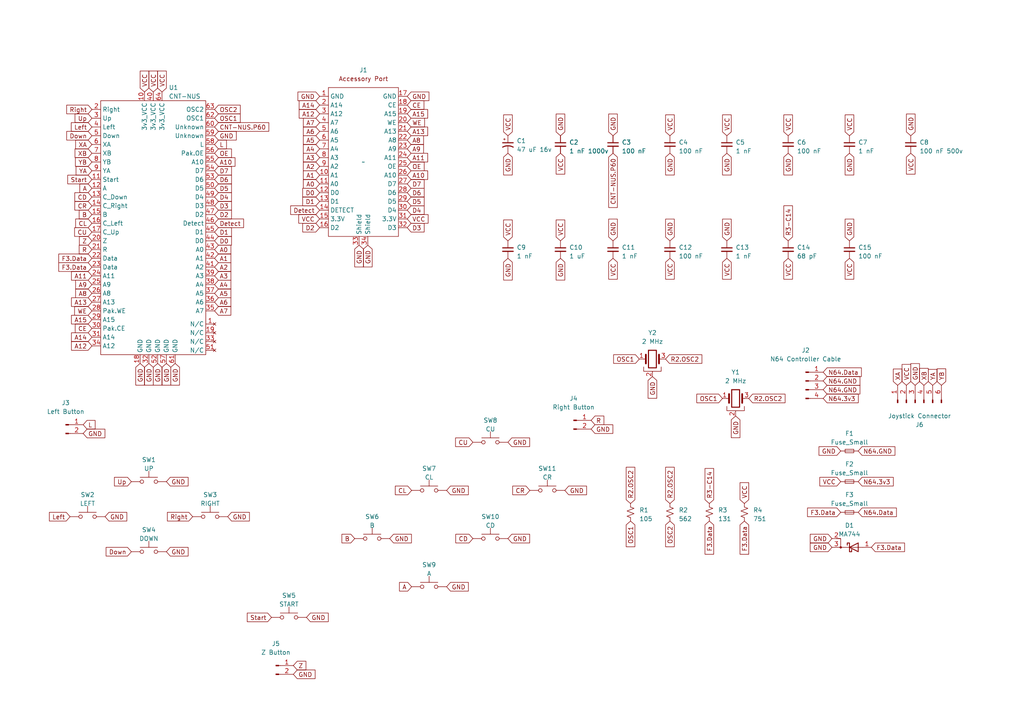
<source format=kicad_sch>
(kicad_sch (version 20230121) (generator eeschema)

  (uuid 16f8130d-dea1-43d3-b813-5d5d1229e6cd)

  (paper "A4")

  (lib_symbols
    (symbol "CNT-NUS_1" (in_bom yes) (on_board yes)
      (property "Reference" "U2" (at 7.0359 38.1 0)
        (effects (font (size 1.27 1.27)) (justify left))
      )
      (property "Value" "CNT-NUS" (at 7.0359 35.56 0)
        (effects (font (size 1.27 1.27)) (justify left))
      )
      (property "Footprint" "N64 Controller:CNT-NUS" (at 5.08 21.59 0)
        (effects (font (size 1.27 1.27)) hide)
      )
      (property "Datasheet" "" (at 5.08 22.86 0)
        (effects (font (size 1.27 1.27)) hide)
      )
      (symbol "CNT-NUS_1_0_1"
        (rectangle (start -15.24 34.29) (end 15.24 -39.37)
          (stroke (width 0) (type default))
          (fill (type none))
        )
      )
      (symbol "CNT-NUS_1_1_1"
        (pin no_connect line (at 17.78 -30.48 180) (length 2.54)
          (name "N/C" (effects (font (size 1.27 1.27))))
          (number "1" (effects (font (size 1.27 1.27))))
        )
        (pin power_in line (at -2.54 36.83 270) (length 2.54)
          (name "3v3_VCC" (effects (font (size 1.27 1.27))))
          (number "10" (effects (font (size 1.27 1.27))))
        )
        (pin bidirectional line (at -17.78 11.43 0) (length 2.54)
          (name "Start" (effects (font (size 1.27 1.27))))
          (number "11" (effects (font (size 1.27 1.27))))
        )
        (pin bidirectional line (at -17.78 8.89 0) (length 2.54)
          (name "A" (effects (font (size 1.27 1.27))))
          (number "12" (effects (font (size 1.27 1.27))))
        )
        (pin bidirectional line (at -17.78 6.35 0) (length 2.54)
          (name "C_Down" (effects (font (size 1.27 1.27))))
          (number "13" (effects (font (size 1.27 1.27))))
        )
        (pin bidirectional line (at -17.78 3.81 0) (length 2.54)
          (name "C_Right" (effects (font (size 1.27 1.27))))
          (number "14" (effects (font (size 1.27 1.27))))
        )
        (pin bidirectional line (at -17.78 1.27 0) (length 2.54)
          (name "B" (effects (font (size 1.27 1.27))))
          (number "15" (effects (font (size 1.27 1.27))))
        )
        (pin bidirectional line (at -17.78 -1.27 0) (length 2.54)
          (name "C_Left" (effects (font (size 1.27 1.27))))
          (number "16" (effects (font (size 1.27 1.27))))
        )
        (pin bidirectional line (at -17.78 -3.81 0) (length 2.54)
          (name "C_Up" (effects (font (size 1.27 1.27))))
          (number "17" (effects (font (size 1.27 1.27))))
        )
        (pin power_in line (at -3.81 -41.91 90) (length 2.54)
          (name "GND" (effects (font (size 1.27 1.27))))
          (number "18" (effects (font (size 1.27 1.27))))
        )
        (pin no_connect line (at 17.78 -33.02 180) (length 2.54)
          (name "N/C" (effects (font (size 1.27 1.27))))
          (number "19" (effects (font (size 1.27 1.27))))
        )
        (pin bidirectional line (at -17.78 31.75 0) (length 2.54)
          (name "Right" (effects (font (size 1.27 1.27))))
          (number "2" (effects (font (size 1.27 1.27))))
        )
        (pin bidirectional line (at -17.78 -6.35 0) (length 2.54)
          (name "Z" (effects (font (size 1.27 1.27))))
          (number "20" (effects (font (size 1.27 1.27))))
        )
        (pin bidirectional line (at -17.78 -8.89 0) (length 2.54)
          (name "R" (effects (font (size 1.27 1.27))))
          (number "21" (effects (font (size 1.27 1.27))))
        )
        (pin bidirectional line (at -17.78 -11.43 0) (length 2.54)
          (name "Data" (effects (font (size 1.27 1.27))))
          (number "22" (effects (font (size 1.27 1.27))))
        )
        (pin bidirectional line (at -17.78 -13.97 0) (length 2.54)
          (name "Data" (effects (font (size 1.27 1.27))))
          (number "23" (effects (font (size 1.27 1.27))))
        )
        (pin bidirectional line (at -17.78 -16.51 0) (length 2.54)
          (name "A11" (effects (font (size 1.27 1.27))))
          (number "24" (effects (font (size 1.27 1.27))))
        )
        (pin bidirectional line (at -17.78 -19.05 0) (length 2.54)
          (name "A9" (effects (font (size 1.27 1.27))))
          (number "25" (effects (font (size 1.27 1.27))))
        )
        (pin bidirectional line (at -17.78 -21.59 0) (length 2.54)
          (name "A8" (effects (font (size 1.27 1.27))))
          (number "26" (effects (font (size 1.27 1.27))))
        )
        (pin bidirectional line (at -17.78 -24.13 0) (length 2.54)
          (name "A13" (effects (font (size 1.27 1.27))))
          (number "27" (effects (font (size 1.27 1.27))))
        )
        (pin bidirectional line (at -17.78 -26.67 0) (length 2.54)
          (name "Pak.WE" (effects (font (size 1.27 1.27))))
          (number "28" (effects (font (size 1.27 1.27))))
        )
        (pin bidirectional line (at -17.78 -29.21 0) (length 2.54)
          (name "A15" (effects (font (size 1.27 1.27))))
          (number "29" (effects (font (size 1.27 1.27))))
        )
        (pin bidirectional line (at -17.78 29.21 0) (length 2.54)
          (name "Up" (effects (font (size 1.27 1.27))))
          (number "3" (effects (font (size 1.27 1.27))))
        )
        (pin bidirectional line (at -17.78 -31.75 0) (length 2.54)
          (name "Pak.CE" (effects (font (size 1.27 1.27))))
          (number "30" (effects (font (size 1.27 1.27))))
        )
        (pin bidirectional line (at -17.78 -34.29 0) (length 2.54)
          (name "A14" (effects (font (size 1.27 1.27))))
          (number "31" (effects (font (size 1.27 1.27))))
        )
        (pin power_in line (at -1.27 -41.91 90) (length 2.54)
          (name "GND" (effects (font (size 1.27 1.27))))
          (number "32" (effects (font (size 1.27 1.27))))
        )
        (pin no_connect line (at 17.78 -35.56 180) (length 2.54)
          (name "N/C" (effects (font (size 1.27 1.27))))
          (number "33" (effects (font (size 1.27 1.27))))
        )
        (pin bidirectional line (at -17.78 -36.83 0) (length 2.54)
          (name "A12" (effects (font (size 1.27 1.27))))
          (number "34" (effects (font (size 1.27 1.27))))
        )
        (pin bidirectional line (at 17.78 -26.67 180) (length 2.54)
          (name "A7" (effects (font (size 1.27 1.27))))
          (number "35" (effects (font (size 1.27 1.27))))
        )
        (pin bidirectional line (at 17.78 -24.13 180) (length 2.54)
          (name "A6" (effects (font (size 1.27 1.27))))
          (number "36" (effects (font (size 1.27 1.27))))
        )
        (pin bidirectional line (at 17.78 -21.59 180) (length 2.54)
          (name "A5" (effects (font (size 1.27 1.27))))
          (number "37" (effects (font (size 1.27 1.27))))
        )
        (pin bidirectional line (at 17.78 -19.05 180) (length 2.54)
          (name "A4" (effects (font (size 1.27 1.27))))
          (number "38" (effects (font (size 1.27 1.27))))
        )
        (pin bidirectional line (at 17.78 -16.51 180) (length 2.54)
          (name "A3" (effects (font (size 1.27 1.27))))
          (number "39" (effects (font (size 1.27 1.27))))
        )
        (pin bidirectional line (at -17.78 26.67 0) (length 2.54)
          (name "Left" (effects (font (size 1.27 1.27))))
          (number "4" (effects (font (size 1.27 1.27))))
        )
        (pin power_in line (at 0 36.83 270) (length 2.54)
          (name "3v3_VCC" (effects (font (size 1.27 1.27))))
          (number "40" (effects (font (size 1.27 1.27))))
        )
        (pin bidirectional line (at 17.78 -13.97 180) (length 2.54)
          (name "A2" (effects (font (size 1.27 1.27))))
          (number "41" (effects (font (size 1.27 1.27))))
        )
        (pin bidirectional line (at 17.78 -11.43 180) (length 2.54)
          (name "A1" (effects (font (size 1.27 1.27))))
          (number "42" (effects (font (size 1.27 1.27))))
        )
        (pin bidirectional line (at 17.78 -8.89 180) (length 2.54)
          (name "A0" (effects (font (size 1.27 1.27))))
          (number "43" (effects (font (size 1.27 1.27))))
        )
        (pin bidirectional line (at 17.78 -6.35 180) (length 2.54)
          (name "D0" (effects (font (size 1.27 1.27))))
          (number "44" (effects (font (size 1.27 1.27))))
        )
        (pin bidirectional line (at 17.78 -3.81 180) (length 2.54)
          (name "D1" (effects (font (size 1.27 1.27))))
          (number "45" (effects (font (size 1.27 1.27))))
        )
        (pin bidirectional line (at 17.78 -1.27 180) (length 2.54)
          (name "Detect" (effects (font (size 1.27 1.27))))
          (number "46" (effects (font (size 1.27 1.27))))
        )
        (pin bidirectional line (at 17.78 1.27 180) (length 2.54)
          (name "D2" (effects (font (size 1.27 1.27))))
          (number "47" (effects (font (size 1.27 1.27))))
        )
        (pin bidirectional line (at 17.78 3.81 180) (length 2.54)
          (name "D3" (effects (font (size 1.27 1.27))))
          (number "48" (effects (font (size 1.27 1.27))))
        )
        (pin bidirectional line (at 17.78 6.35 180) (length 2.54)
          (name "D4" (effects (font (size 1.27 1.27))))
          (number "49" (effects (font (size 1.27 1.27))))
        )
        (pin bidirectional line (at -17.78 24.13 0) (length 2.54)
          (name "Down" (effects (font (size 1.27 1.27))))
          (number "5" (effects (font (size 1.27 1.27))))
        )
        (pin bidirectional line (at 17.78 8.89 180) (length 2.54)
          (name "D5" (effects (font (size 1.27 1.27))))
          (number "50" (effects (font (size 1.27 1.27))))
        )
        (pin no_connect line (at 17.78 -38.1 180) (length 2.54)
          (name "N/C" (effects (font (size 1.27 1.27))))
          (number "51" (effects (font (size 1.27 1.27))))
        )
        (pin power_in line (at 1.27 -41.91 90) (length 2.54)
          (name "GND" (effects (font (size 1.27 1.27))))
          (number "52" (effects (font (size 1.27 1.27))))
        )
        (pin bidirectional line (at 17.78 11.43 180) (length 2.54)
          (name "D6" (effects (font (size 1.27 1.27))))
          (number "53" (effects (font (size 1.27 1.27))))
        )
        (pin bidirectional line (at 17.78 13.97 180) (length 2.54)
          (name "D7" (effects (font (size 1.27 1.27))))
          (number "54" (effects (font (size 1.27 1.27))))
        )
        (pin bidirectional line (at 17.78 16.51 180) (length 2.54)
          (name "A10" (effects (font (size 1.27 1.27))))
          (number "55" (effects (font (size 1.27 1.27))))
        )
        (pin bidirectional line (at 17.78 19.05 180) (length 2.54)
          (name "Pak.OE" (effects (font (size 1.27 1.27))))
          (number "56" (effects (font (size 1.27 1.27))))
        )
        (pin power_in line (at 3.81 -41.91 90) (length 2.54)
          (name "GND" (effects (font (size 1.27 1.27))))
          (number "57" (effects (font (size 1.27 1.27))))
        )
        (pin bidirectional line (at 17.78 21.59 180) (length 2.54)
          (name "L" (effects (font (size 1.27 1.27))))
          (number "58" (effects (font (size 1.27 1.27))))
        )
        (pin bidirectional line (at 17.78 24.13 180) (length 2.54)
          (name "Unknown" (effects (font (size 1.27 1.27))))
          (number "59" (effects (font (size 1.27 1.27))))
        )
        (pin bidirectional line (at -17.78 21.59 0) (length 2.54)
          (name "XA" (effects (font (size 1.27 1.27))))
          (number "6" (effects (font (size 1.27 1.27))))
        )
        (pin bidirectional line (at 17.78 26.67 180) (length 2.54)
          (name "Unknown" (effects (font (size 1.27 1.27))))
          (number "60" (effects (font (size 1.27 1.27))))
        )
        (pin power_in line (at 6.35 -41.91 90) (length 2.54)
          (name "GND" (effects (font (size 1.27 1.27))))
          (number "61" (effects (font (size 1.27 1.27))))
        )
        (pin bidirectional line (at 17.78 29.21 180) (length 2.54)
          (name "OSC1" (effects (font (size 1.27 1.27))))
          (number "62" (effects (font (size 1.27 1.27))))
        )
        (pin bidirectional line (at 17.78 31.75 180) (length 2.54)
          (name "OSC2" (effects (font (size 1.27 1.27))))
          (number "63" (effects (font (size 1.27 1.27))))
        )
        (pin power_in line (at 2.54 36.83 270) (length 2.54)
          (name "3v3_VCC" (effects (font (size 1.27 1.27))))
          (number "64" (effects (font (size 1.27 1.27))))
        )
        (pin bidirectional line (at -17.78 19.05 0) (length 2.54)
          (name "XB" (effects (font (size 1.27 1.27))))
          (number "7" (effects (font (size 1.27 1.27))))
        )
        (pin bidirectional line (at -17.78 16.51 0) (length 2.54)
          (name "YB" (effects (font (size 1.27 1.27))))
          (number "8" (effects (font (size 1.27 1.27))))
        )
        (pin bidirectional line (at -17.78 13.97 0) (length 2.54)
          (name "YA" (effects (font (size 1.27 1.27))))
          (number "9" (effects (font (size 1.27 1.27))))
        )
      )
    )
    (symbol "Connector:Conn_01x02_Pin" (pin_names (offset 1.016) hide) (in_bom yes) (on_board yes)
      (property "Reference" "J" (at 0 2.54 0)
        (effects (font (size 1.27 1.27)))
      )
      (property "Value" "Conn_01x02_Pin" (at 0 -5.08 0)
        (effects (font (size 1.27 1.27)))
      )
      (property "Footprint" "" (at 0 0 0)
        (effects (font (size 1.27 1.27)) hide)
      )
      (property "Datasheet" "~" (at 0 0 0)
        (effects (font (size 1.27 1.27)) hide)
      )
      (property "ki_locked" "" (at 0 0 0)
        (effects (font (size 1.27 1.27)))
      )
      (property "ki_keywords" "connector" (at 0 0 0)
        (effects (font (size 1.27 1.27)) hide)
      )
      (property "ki_description" "Generic connector, single row, 01x02, script generated" (at 0 0 0)
        (effects (font (size 1.27 1.27)) hide)
      )
      (property "ki_fp_filters" "Connector*:*_1x??_*" (at 0 0 0)
        (effects (font (size 1.27 1.27)) hide)
      )
      (symbol "Conn_01x02_Pin_1_1"
        (polyline
          (pts
            (xy 1.27 -2.54)
            (xy 0.8636 -2.54)
          )
          (stroke (width 0.1524) (type default))
          (fill (type none))
        )
        (polyline
          (pts
            (xy 1.27 0)
            (xy 0.8636 0)
          )
          (stroke (width 0.1524) (type default))
          (fill (type none))
        )
        (rectangle (start 0.8636 -2.413) (end 0 -2.667)
          (stroke (width 0.1524) (type default))
          (fill (type outline))
        )
        (rectangle (start 0.8636 0.127) (end 0 -0.127)
          (stroke (width 0.1524) (type default))
          (fill (type outline))
        )
        (pin passive line (at 5.08 0 180) (length 3.81)
          (name "Pin_1" (effects (font (size 1.27 1.27))))
          (number "1" (effects (font (size 1.27 1.27))))
        )
        (pin passive line (at 5.08 -2.54 180) (length 3.81)
          (name "Pin_2" (effects (font (size 1.27 1.27))))
          (number "2" (effects (font (size 1.27 1.27))))
        )
      )
    )
    (symbol "Connector:Conn_01x04_Pin" (pin_names (offset 1.016) hide) (in_bom yes) (on_board yes)
      (property "Reference" "J" (at 0 5.08 0)
        (effects (font (size 1.27 1.27)))
      )
      (property "Value" "Conn_01x04_Pin" (at 0 -7.62 0)
        (effects (font (size 1.27 1.27)))
      )
      (property "Footprint" "" (at 0 0 0)
        (effects (font (size 1.27 1.27)) hide)
      )
      (property "Datasheet" "~" (at 0 0 0)
        (effects (font (size 1.27 1.27)) hide)
      )
      (property "ki_locked" "" (at 0 0 0)
        (effects (font (size 1.27 1.27)))
      )
      (property "ki_keywords" "connector" (at 0 0 0)
        (effects (font (size 1.27 1.27)) hide)
      )
      (property "ki_description" "Generic connector, single row, 01x04, script generated" (at 0 0 0)
        (effects (font (size 1.27 1.27)) hide)
      )
      (property "ki_fp_filters" "Connector*:*_1x??_*" (at 0 0 0)
        (effects (font (size 1.27 1.27)) hide)
      )
      (symbol "Conn_01x04_Pin_1_1"
        (polyline
          (pts
            (xy 1.27 -5.08)
            (xy 0.8636 -5.08)
          )
          (stroke (width 0.1524) (type default))
          (fill (type none))
        )
        (polyline
          (pts
            (xy 1.27 -2.54)
            (xy 0.8636 -2.54)
          )
          (stroke (width 0.1524) (type default))
          (fill (type none))
        )
        (polyline
          (pts
            (xy 1.27 0)
            (xy 0.8636 0)
          )
          (stroke (width 0.1524) (type default))
          (fill (type none))
        )
        (polyline
          (pts
            (xy 1.27 2.54)
            (xy 0.8636 2.54)
          )
          (stroke (width 0.1524) (type default))
          (fill (type none))
        )
        (rectangle (start 0.8636 -4.953) (end 0 -5.207)
          (stroke (width 0.1524) (type default))
          (fill (type outline))
        )
        (rectangle (start 0.8636 -2.413) (end 0 -2.667)
          (stroke (width 0.1524) (type default))
          (fill (type outline))
        )
        (rectangle (start 0.8636 0.127) (end 0 -0.127)
          (stroke (width 0.1524) (type default))
          (fill (type outline))
        )
        (rectangle (start 0.8636 2.667) (end 0 2.413)
          (stroke (width 0.1524) (type default))
          (fill (type outline))
        )
        (pin passive line (at 5.08 2.54 180) (length 3.81)
          (name "Pin_1" (effects (font (size 1.27 1.27))))
          (number "1" (effects (font (size 1.27 1.27))))
        )
        (pin passive line (at 5.08 0 180) (length 3.81)
          (name "Pin_2" (effects (font (size 1.27 1.27))))
          (number "2" (effects (font (size 1.27 1.27))))
        )
        (pin passive line (at 5.08 -2.54 180) (length 3.81)
          (name "Pin_3" (effects (font (size 1.27 1.27))))
          (number "3" (effects (font (size 1.27 1.27))))
        )
        (pin passive line (at 5.08 -5.08 180) (length 3.81)
          (name "Pin_4" (effects (font (size 1.27 1.27))))
          (number "4" (effects (font (size 1.27 1.27))))
        )
      )
    )
    (symbol "Connector:Conn_01x06_Pin" (pin_names (offset 1.016) hide) (in_bom yes) (on_board yes)
      (property "Reference" "J" (at 0 7.62 0)
        (effects (font (size 1.27 1.27)))
      )
      (property "Value" "Conn_01x06_Pin" (at 0 -10.16 0)
        (effects (font (size 1.27 1.27)))
      )
      (property "Footprint" "" (at 0 0 0)
        (effects (font (size 1.27 1.27)) hide)
      )
      (property "Datasheet" "~" (at 0 0 0)
        (effects (font (size 1.27 1.27)) hide)
      )
      (property "ki_locked" "" (at 0 0 0)
        (effects (font (size 1.27 1.27)))
      )
      (property "ki_keywords" "connector" (at 0 0 0)
        (effects (font (size 1.27 1.27)) hide)
      )
      (property "ki_description" "Generic connector, single row, 01x06, script generated" (at 0 0 0)
        (effects (font (size 1.27 1.27)) hide)
      )
      (property "ki_fp_filters" "Connector*:*_1x??_*" (at 0 0 0)
        (effects (font (size 1.27 1.27)) hide)
      )
      (symbol "Conn_01x06_Pin_1_1"
        (polyline
          (pts
            (xy 1.27 -7.62)
            (xy 0.8636 -7.62)
          )
          (stroke (width 0.1524) (type default))
          (fill (type none))
        )
        (polyline
          (pts
            (xy 1.27 -5.08)
            (xy 0.8636 -5.08)
          )
          (stroke (width 0.1524) (type default))
          (fill (type none))
        )
        (polyline
          (pts
            (xy 1.27 -2.54)
            (xy 0.8636 -2.54)
          )
          (stroke (width 0.1524) (type default))
          (fill (type none))
        )
        (polyline
          (pts
            (xy 1.27 0)
            (xy 0.8636 0)
          )
          (stroke (width 0.1524) (type default))
          (fill (type none))
        )
        (polyline
          (pts
            (xy 1.27 2.54)
            (xy 0.8636 2.54)
          )
          (stroke (width 0.1524) (type default))
          (fill (type none))
        )
        (polyline
          (pts
            (xy 1.27 5.08)
            (xy 0.8636 5.08)
          )
          (stroke (width 0.1524) (type default))
          (fill (type none))
        )
        (rectangle (start 0.8636 -7.493) (end 0 -7.747)
          (stroke (width 0.1524) (type default))
          (fill (type outline))
        )
        (rectangle (start 0.8636 -4.953) (end 0 -5.207)
          (stroke (width 0.1524) (type default))
          (fill (type outline))
        )
        (rectangle (start 0.8636 -2.413) (end 0 -2.667)
          (stroke (width 0.1524) (type default))
          (fill (type outline))
        )
        (rectangle (start 0.8636 0.127) (end 0 -0.127)
          (stroke (width 0.1524) (type default))
          (fill (type outline))
        )
        (rectangle (start 0.8636 2.667) (end 0 2.413)
          (stroke (width 0.1524) (type default))
          (fill (type outline))
        )
        (rectangle (start 0.8636 5.207) (end 0 4.953)
          (stroke (width 0.1524) (type default))
          (fill (type outline))
        )
        (pin passive line (at 5.08 5.08 180) (length 3.81)
          (name "Pin_1" (effects (font (size 1.27 1.27))))
          (number "1" (effects (font (size 1.27 1.27))))
        )
        (pin passive line (at 5.08 2.54 180) (length 3.81)
          (name "Pin_2" (effects (font (size 1.27 1.27))))
          (number "2" (effects (font (size 1.27 1.27))))
        )
        (pin passive line (at 5.08 0 180) (length 3.81)
          (name "Pin_3" (effects (font (size 1.27 1.27))))
          (number "3" (effects (font (size 1.27 1.27))))
        )
        (pin passive line (at 5.08 -2.54 180) (length 3.81)
          (name "Pin_4" (effects (font (size 1.27 1.27))))
          (number "4" (effects (font (size 1.27 1.27))))
        )
        (pin passive line (at 5.08 -5.08 180) (length 3.81)
          (name "Pin_5" (effects (font (size 1.27 1.27))))
          (number "5" (effects (font (size 1.27 1.27))))
        )
        (pin passive line (at 5.08 -7.62 180) (length 3.81)
          (name "Pin_6" (effects (font (size 1.27 1.27))))
          (number "6" (effects (font (size 1.27 1.27))))
        )
      )
    )
    (symbol "Device:C_Polarized_Small_US" (pin_numbers hide) (pin_names (offset 0.254) hide) (in_bom yes) (on_board yes)
      (property "Reference" "C" (at 0.254 1.778 0)
        (effects (font (size 1.27 1.27)) (justify left))
      )
      (property "Value" "C_Polarized_Small_US" (at 0.254 -2.032 0)
        (effects (font (size 1.27 1.27)) (justify left))
      )
      (property "Footprint" "" (at 0 0 0)
        (effects (font (size 1.27 1.27)) hide)
      )
      (property "Datasheet" "~" (at 0 0 0)
        (effects (font (size 1.27 1.27)) hide)
      )
      (property "ki_keywords" "cap capacitor" (at 0 0 0)
        (effects (font (size 1.27 1.27)) hide)
      )
      (property "ki_description" "Polarized capacitor, small US symbol" (at 0 0 0)
        (effects (font (size 1.27 1.27)) hide)
      )
      (property "ki_fp_filters" "CP_*" (at 0 0 0)
        (effects (font (size 1.27 1.27)) hide)
      )
      (symbol "C_Polarized_Small_US_0_1"
        (polyline
          (pts
            (xy -1.524 0.508)
            (xy 1.524 0.508)
          )
          (stroke (width 0.3048) (type default))
          (fill (type none))
        )
        (polyline
          (pts
            (xy -1.27 1.524)
            (xy -0.762 1.524)
          )
          (stroke (width 0) (type default))
          (fill (type none))
        )
        (polyline
          (pts
            (xy -1.016 1.27)
            (xy -1.016 1.778)
          )
          (stroke (width 0) (type default))
          (fill (type none))
        )
        (arc (start 1.524 -0.762) (mid 0 -0.3734) (end -1.524 -0.762)
          (stroke (width 0.3048) (type default))
          (fill (type none))
        )
      )
      (symbol "C_Polarized_Small_US_1_1"
        (pin passive line (at 0 2.54 270) (length 2.032)
          (name "~" (effects (font (size 1.27 1.27))))
          (number "1" (effects (font (size 1.27 1.27))))
        )
        (pin passive line (at 0 -2.54 90) (length 2.032)
          (name "~" (effects (font (size 1.27 1.27))))
          (number "2" (effects (font (size 1.27 1.27))))
        )
      )
    )
    (symbol "Device:C_Small" (pin_numbers hide) (pin_names (offset 0.254) hide) (in_bom yes) (on_board yes)
      (property "Reference" "C" (at 0.254 1.778 0)
        (effects (font (size 1.27 1.27)) (justify left))
      )
      (property "Value" "C_Small" (at 0.254 -2.032 0)
        (effects (font (size 1.27 1.27)) (justify left))
      )
      (property "Footprint" "" (at 0 0 0)
        (effects (font (size 1.27 1.27)) hide)
      )
      (property "Datasheet" "~" (at 0 0 0)
        (effects (font (size 1.27 1.27)) hide)
      )
      (property "ki_keywords" "capacitor cap" (at 0 0 0)
        (effects (font (size 1.27 1.27)) hide)
      )
      (property "ki_description" "Unpolarized capacitor, small symbol" (at 0 0 0)
        (effects (font (size 1.27 1.27)) hide)
      )
      (property "ki_fp_filters" "C_*" (at 0 0 0)
        (effects (font (size 1.27 1.27)) hide)
      )
      (symbol "C_Small_0_1"
        (polyline
          (pts
            (xy -1.524 -0.508)
            (xy 1.524 -0.508)
          )
          (stroke (width 0.3302) (type default))
          (fill (type none))
        )
        (polyline
          (pts
            (xy -1.524 0.508)
            (xy 1.524 0.508)
          )
          (stroke (width 0.3048) (type default))
          (fill (type none))
        )
      )
      (symbol "C_Small_1_1"
        (pin passive line (at 0 2.54 270) (length 2.032)
          (name "~" (effects (font (size 1.27 1.27))))
          (number "1" (effects (font (size 1.27 1.27))))
        )
        (pin passive line (at 0 -2.54 90) (length 2.032)
          (name "~" (effects (font (size 1.27 1.27))))
          (number "2" (effects (font (size 1.27 1.27))))
        )
      )
    )
    (symbol "Device:Crystal_GND2" (pin_names (offset 1.016) hide) (in_bom yes) (on_board yes)
      (property "Reference" "Y" (at 0 5.715 0)
        (effects (font (size 1.27 1.27)))
      )
      (property "Value" "Crystal_GND2" (at 0 3.81 0)
        (effects (font (size 1.27 1.27)))
      )
      (property "Footprint" "" (at 0 0 0)
        (effects (font (size 1.27 1.27)) hide)
      )
      (property "Datasheet" "~" (at 0 0 0)
        (effects (font (size 1.27 1.27)) hide)
      )
      (property "ki_keywords" "quartz ceramic resonator oscillator" (at 0 0 0)
        (effects (font (size 1.27 1.27)) hide)
      )
      (property "ki_description" "Three pin crystal, GND on pin 2" (at 0 0 0)
        (effects (font (size 1.27 1.27)) hide)
      )
      (property "ki_fp_filters" "Crystal*" (at 0 0 0)
        (effects (font (size 1.27 1.27)) hide)
      )
      (symbol "Crystal_GND2_0_1"
        (rectangle (start -1.143 2.54) (end 1.143 -2.54)
          (stroke (width 0.3048) (type default))
          (fill (type none))
        )
        (polyline
          (pts
            (xy -2.54 0)
            (xy -1.905 0)
          )
          (stroke (width 0) (type default))
          (fill (type none))
        )
        (polyline
          (pts
            (xy -1.905 -1.27)
            (xy -1.905 1.27)
          )
          (stroke (width 0.508) (type default))
          (fill (type none))
        )
        (polyline
          (pts
            (xy 0 -3.81)
            (xy 0 -3.556)
          )
          (stroke (width 0) (type default))
          (fill (type none))
        )
        (polyline
          (pts
            (xy 1.905 0)
            (xy 2.54 0)
          )
          (stroke (width 0) (type default))
          (fill (type none))
        )
        (polyline
          (pts
            (xy 1.905 1.27)
            (xy 1.905 -1.27)
          )
          (stroke (width 0.508) (type default))
          (fill (type none))
        )
        (polyline
          (pts
            (xy -2.54 -2.286)
            (xy -2.54 -3.556)
            (xy 2.54 -3.556)
            (xy 2.54 -2.286)
          )
          (stroke (width 0) (type default))
          (fill (type none))
        )
      )
      (symbol "Crystal_GND2_1_1"
        (pin passive line (at -3.81 0 0) (length 1.27)
          (name "1" (effects (font (size 1.27 1.27))))
          (number "1" (effects (font (size 1.27 1.27))))
        )
        (pin passive line (at 0 -5.08 90) (length 1.27)
          (name "2" (effects (font (size 1.27 1.27))))
          (number "2" (effects (font (size 1.27 1.27))))
        )
        (pin passive line (at 3.81 0 180) (length 1.27)
          (name "3" (effects (font (size 1.27 1.27))))
          (number "3" (effects (font (size 1.27 1.27))))
        )
      )
    )
    (symbol "Device:D_Schottky_AKK" (pin_names (offset 0) hide) (in_bom yes) (on_board yes)
      (property "Reference" "D" (at 0 2.54 0)
        (effects (font (size 1.27 1.27)))
      )
      (property "Value" "D_Schottky_AKK" (at 0 -2.54 0)
        (effects (font (size 1.27 1.27)))
      )
      (property "Footprint" "" (at 0 0 0)
        (effects (font (size 1.27 1.27)) hide)
      )
      (property "Datasheet" "~" (at 0 0 0)
        (effects (font (size 1.27 1.27)) hide)
      )
      (property "ki_keywords" "diode Schottky SCHDPAK" (at 0 0 0)
        (effects (font (size 1.27 1.27)) hide)
      )
      (property "ki_description" "Schottky diode, cathode on pins 2 and 3" (at 0 0 0)
        (effects (font (size 1.27 1.27)) hide)
      )
      (property "ki_fp_filters" "TO-???* *_Diode_* *SingleDiode* D_*" (at 0 0 0)
        (effects (font (size 1.27 1.27)) hide)
      )
      (symbol "D_Schottky_AKK_0_1"
        (circle (center -3.81 0) (radius 0.254)
          (stroke (width 0) (type default))
          (fill (type outline))
        )
        (polyline
          (pts
            (xy -5.08 2.54)
            (xy -3.81 2.54)
            (xy -3.81 0)
            (xy 2.54 0)
          )
          (stroke (width 0) (type default))
          (fill (type none))
        )
        (polyline
          (pts
            (xy 1.27 1.27)
            (xy 1.27 -1.27)
            (xy -1.27 0)
            (xy 1.27 1.27)
          )
          (stroke (width 0.254) (type default))
          (fill (type none))
        )
        (polyline
          (pts
            (xy -1.905 0.635)
            (xy -1.905 1.27)
            (xy -1.27 1.27)
            (xy -1.27 -1.27)
            (xy -0.635 -1.27)
            (xy -0.635 -0.635)
          )
          (stroke (width 0.254) (type default))
          (fill (type none))
        )
      )
      (symbol "D_Schottky_AKK_1_1"
        (pin passive line (at 5.08 0 180) (length 2.54)
          (name "A" (effects (font (size 1.27 1.27))))
          (number "1" (effects (font (size 1.27 1.27))))
        )
        (pin input line (at -6.35 2.54 0) (length 2.54)
          (name "K" (effects (font (size 1.27 1.27))))
          (number "2" (effects (font (size 1.27 1.27))))
        )
        (pin passive line (at -6.35 0 0) (length 2.54)
          (name "K" (effects (font (size 1.27 1.27))))
          (number "3" (effects (font (size 1.27 1.27))))
        )
      )
    )
    (symbol "Device:Fuse_Small" (pin_numbers hide) (pin_names (offset 0.254) hide) (in_bom yes) (on_board yes)
      (property "Reference" "F" (at 0 -1.524 0)
        (effects (font (size 1.27 1.27)))
      )
      (property "Value" "Fuse_Small" (at 0 1.524 0)
        (effects (font (size 1.27 1.27)))
      )
      (property "Footprint" "" (at 0 0 0)
        (effects (font (size 1.27 1.27)) hide)
      )
      (property "Datasheet" "~" (at 0 0 0)
        (effects (font (size 1.27 1.27)) hide)
      )
      (property "ki_keywords" "fuse" (at 0 0 0)
        (effects (font (size 1.27 1.27)) hide)
      )
      (property "ki_description" "Fuse, small symbol" (at 0 0 0)
        (effects (font (size 1.27 1.27)) hide)
      )
      (property "ki_fp_filters" "*Fuse*" (at 0 0 0)
        (effects (font (size 1.27 1.27)) hide)
      )
      (symbol "Fuse_Small_0_1"
        (rectangle (start -1.27 0.508) (end 1.27 -0.508)
          (stroke (width 0) (type default))
          (fill (type none))
        )
        (polyline
          (pts
            (xy -1.27 0)
            (xy 1.27 0)
          )
          (stroke (width 0) (type default))
          (fill (type none))
        )
      )
      (symbol "Fuse_Small_1_1"
        (pin passive line (at -2.54 0 0) (length 1.27)
          (name "~" (effects (font (size 1.27 1.27))))
          (number "1" (effects (font (size 1.27 1.27))))
        )
        (pin passive line (at 2.54 0 180) (length 1.27)
          (name "~" (effects (font (size 1.27 1.27))))
          (number "2" (effects (font (size 1.27 1.27))))
        )
      )
    )
    (symbol "Device:R_Small_US" (pin_numbers hide) (pin_names (offset 0.254) hide) (in_bom yes) (on_board yes)
      (property "Reference" "R" (at 0.762 0.508 0)
        (effects (font (size 1.27 1.27)) (justify left))
      )
      (property "Value" "R_Small_US" (at 0.762 -1.016 0)
        (effects (font (size 1.27 1.27)) (justify left))
      )
      (property "Footprint" "" (at 0 0 0)
        (effects (font (size 1.27 1.27)) hide)
      )
      (property "Datasheet" "~" (at 0 0 0)
        (effects (font (size 1.27 1.27)) hide)
      )
      (property "ki_keywords" "r resistor" (at 0 0 0)
        (effects (font (size 1.27 1.27)) hide)
      )
      (property "ki_description" "Resistor, small US symbol" (at 0 0 0)
        (effects (font (size 1.27 1.27)) hide)
      )
      (property "ki_fp_filters" "R_*" (at 0 0 0)
        (effects (font (size 1.27 1.27)) hide)
      )
      (symbol "R_Small_US_1_1"
        (polyline
          (pts
            (xy 0 0)
            (xy 1.016 -0.381)
            (xy 0 -0.762)
            (xy -1.016 -1.143)
            (xy 0 -1.524)
          )
          (stroke (width 0) (type default))
          (fill (type none))
        )
        (polyline
          (pts
            (xy 0 1.524)
            (xy 1.016 1.143)
            (xy 0 0.762)
            (xy -1.016 0.381)
            (xy 0 0)
          )
          (stroke (width 0) (type default))
          (fill (type none))
        )
        (pin passive line (at 0 2.54 270) (length 1.016)
          (name "~" (effects (font (size 1.27 1.27))))
          (number "1" (effects (font (size 1.27 1.27))))
        )
        (pin passive line (at 0 -2.54 90) (length 1.016)
          (name "~" (effects (font (size 1.27 1.27))))
          (number "2" (effects (font (size 1.27 1.27))))
        )
      )
    )
    (symbol "N64 Controller:Accessory_Port" (in_bom yes) (on_board yes)
      (property "Reference" "J1" (at 0 26.67 0)
        (effects (font (size 1.27 1.27)))
      )
      (property "Value" "~" (at 0 0 0)
        (effects (font (size 1.27 1.27)))
      )
      (property "Footprint" "" (at 0 0 0)
        (effects (font (size 1.27 1.27)) hide)
      )
      (property "Datasheet" "" (at 0 0 0)
        (effects (font (size 1.27 1.27)) hide)
      )
      (symbol "Accessory_Port_0_0"
        (text "Accessory Port" (at 0 24.13 0)
          (effects (font (size 1.27 1.27)))
        )
      )
      (symbol "Accessory_Port_0_1"
        (rectangle (start -10.16 21.59) (end 10.16 -21.59)
          (stroke (width 0) (type default))
          (fill (type none))
        )
      )
      (symbol "Accessory_Port_1_1"
        (pin power_in line (at -12.7 19.05 0) (length 2.54)
          (name "GND" (effects (font (size 1.27 1.27))))
          (number "1" (effects (font (size 1.27 1.27))))
        )
        (pin input line (at -12.7 -3.81 0) (length 2.54)
          (name "A1" (effects (font (size 1.27 1.27))))
          (number "10" (effects (font (size 1.27 1.27))))
        )
        (pin input line (at -12.7 -6.35 0) (length 2.54)
          (name "A0" (effects (font (size 1.27 1.27))))
          (number "11" (effects (font (size 1.27 1.27))))
        )
        (pin bidirectional line (at -12.7 -8.89 0) (length 2.54)
          (name "D0" (effects (font (size 1.27 1.27))))
          (number "12" (effects (font (size 1.27 1.27))))
        )
        (pin bidirectional line (at -12.7 -11.43 0) (length 2.54)
          (name "D1" (effects (font (size 1.27 1.27))))
          (number "13" (effects (font (size 1.27 1.27))))
        )
        (pin input line (at -12.7 -13.97 0) (length 2.54)
          (name "DETECT" (effects (font (size 1.27 1.27))))
          (number "14" (effects (font (size 1.27 1.27))))
        )
        (pin power_in line (at -12.7 -16.51 0) (length 2.54)
          (name "3.3V" (effects (font (size 1.27 1.27))))
          (number "15" (effects (font (size 1.27 1.27))))
        )
        (pin bidirectional line (at -12.7 -19.05 0) (length 2.54)
          (name "D2" (effects (font (size 1.27 1.27))))
          (number "16" (effects (font (size 1.27 1.27))))
        )
        (pin power_in line (at 12.7 19.05 180) (length 2.54)
          (name "GND" (effects (font (size 1.27 1.27))))
          (number "17" (effects (font (size 1.27 1.27))))
        )
        (pin input line (at 12.7 16.51 180) (length 2.54)
          (name "CE" (effects (font (size 1.27 1.27))))
          (number "18" (effects (font (size 1.27 1.27))))
        )
        (pin input line (at 12.7 13.97 180) (length 2.54)
          (name "A15" (effects (font (size 1.27 1.27))))
          (number "19" (effects (font (size 1.27 1.27))))
        )
        (pin input line (at -12.7 16.51 0) (length 2.54)
          (name "A14" (effects (font (size 1.27 1.27))))
          (number "2" (effects (font (size 1.27 1.27))))
        )
        (pin input line (at 12.7 11.43 180) (length 2.54)
          (name "WE" (effects (font (size 1.27 1.27))))
          (number "20" (effects (font (size 1.27 1.27))))
        )
        (pin input line (at 12.7 8.89 180) (length 2.54)
          (name "A13" (effects (font (size 1.27 1.27))))
          (number "21" (effects (font (size 1.27 1.27))))
        )
        (pin input line (at 12.7 6.35 180) (length 2.54)
          (name "A8" (effects (font (size 1.27 1.27))))
          (number "22" (effects (font (size 1.27 1.27))))
        )
        (pin input line (at 12.7 3.81 180) (length 2.54)
          (name "A9" (effects (font (size 1.27 1.27))))
          (number "23" (effects (font (size 1.27 1.27))))
        )
        (pin input line (at 12.7 1.27 180) (length 2.54)
          (name "A11" (effects (font (size 1.27 1.27))))
          (number "24" (effects (font (size 1.27 1.27))))
        )
        (pin input line (at 12.7 -1.27 180) (length 2.54)
          (name "OE" (effects (font (size 1.27 1.27))))
          (number "25" (effects (font (size 1.27 1.27))))
        )
        (pin input line (at 12.7 -3.81 180) (length 2.54)
          (name "A10" (effects (font (size 1.27 1.27))))
          (number "26" (effects (font (size 1.27 1.27))))
        )
        (pin bidirectional line (at 12.7 -6.35 180) (length 2.54)
          (name "D7" (effects (font (size 1.27 1.27))))
          (number "27" (effects (font (size 1.27 1.27))))
        )
        (pin bidirectional line (at 12.7 -8.89 180) (length 2.54)
          (name "D6" (effects (font (size 1.27 1.27))))
          (number "28" (effects (font (size 1.27 1.27))))
        )
        (pin bidirectional line (at 12.7 -11.43 180) (length 2.54)
          (name "D5" (effects (font (size 1.27 1.27))))
          (number "29" (effects (font (size 1.27 1.27))))
        )
        (pin input line (at -12.7 13.97 0) (length 2.54)
          (name "A12" (effects (font (size 1.27 1.27))))
          (number "3" (effects (font (size 1.27 1.27))))
        )
        (pin bidirectional line (at 12.7 -13.97 180) (length 2.54)
          (name "D4" (effects (font (size 1.27 1.27))))
          (number "30" (effects (font (size 1.27 1.27))))
        )
        (pin power_in line (at 12.7 -16.51 180) (length 2.54)
          (name "3.3V" (effects (font (size 1.27 1.27))))
          (number "31" (effects (font (size 1.27 1.27))))
        )
        (pin bidirectional line (at 12.7 -19.05 180) (length 2.54)
          (name "D3" (effects (font (size 1.27 1.27))))
          (number "32" (effects (font (size 1.27 1.27))))
        )
        (pin power_in line (at -1.27 -24.13 90) (length 2.54)
          (name "Shield" (effects (font (size 1.27 1.27))))
          (number "33" (effects (font (size 1.27 1.27))))
        )
        (pin power_in line (at 1.27 -24.13 90) (length 2.54)
          (name "Shield" (effects (font (size 1.27 1.27))))
          (number "34" (effects (font (size 1.27 1.27))))
        )
        (pin input line (at -12.7 11.43 0) (length 2.54)
          (name "A7" (effects (font (size 1.27 1.27))))
          (number "4" (effects (font (size 1.27 1.27))))
        )
        (pin input line (at -12.7 8.89 0) (length 2.54)
          (name "A6" (effects (font (size 1.27 1.27))))
          (number "5" (effects (font (size 1.27 1.27))))
        )
        (pin input line (at -12.7 6.35 0) (length 2.54)
          (name "A5" (effects (font (size 1.27 1.27))))
          (number "6" (effects (font (size 1.27 1.27))))
        )
        (pin input line (at -12.7 3.81 0) (length 2.54)
          (name "A4" (effects (font (size 1.27 1.27))))
          (number "7" (effects (font (size 1.27 1.27))))
        )
        (pin input line (at -12.7 1.27 0) (length 2.54)
          (name "A3" (effects (font (size 1.27 1.27))))
          (number "8" (effects (font (size 1.27 1.27))))
        )
        (pin input line (at -12.7 -1.27 0) (length 2.54)
          (name "A2" (effects (font (size 1.27 1.27))))
          (number "9" (effects (font (size 1.27 1.27))))
        )
      )
    )
    (symbol "Switch:SW_Push" (pin_numbers hide) (pin_names (offset 1.016) hide) (in_bom yes) (on_board yes)
      (property "Reference" "SW" (at 1.27 2.54 0)
        (effects (font (size 1.27 1.27)) (justify left))
      )
      (property "Value" "SW_Push" (at 0 -1.524 0)
        (effects (font (size 1.27 1.27)))
      )
      (property "Footprint" "" (at 0 5.08 0)
        (effects (font (size 1.27 1.27)) hide)
      )
      (property "Datasheet" "~" (at 0 5.08 0)
        (effects (font (size 1.27 1.27)) hide)
      )
      (property "ki_keywords" "switch normally-open pushbutton push-button" (at 0 0 0)
        (effects (font (size 1.27 1.27)) hide)
      )
      (property "ki_description" "Push button switch, generic, two pins" (at 0 0 0)
        (effects (font (size 1.27 1.27)) hide)
      )
      (symbol "SW_Push_0_1"
        (circle (center -2.032 0) (radius 0.508)
          (stroke (width 0) (type default))
          (fill (type none))
        )
        (polyline
          (pts
            (xy 0 1.27)
            (xy 0 3.048)
          )
          (stroke (width 0) (type default))
          (fill (type none))
        )
        (polyline
          (pts
            (xy 2.54 1.27)
            (xy -2.54 1.27)
          )
          (stroke (width 0) (type default))
          (fill (type none))
        )
        (circle (center 2.032 0) (radius 0.508)
          (stroke (width 0) (type default))
          (fill (type none))
        )
        (pin passive line (at -5.08 0 0) (length 2.54)
          (name "1" (effects (font (size 1.27 1.27))))
          (number "1" (effects (font (size 1.27 1.27))))
        )
        (pin passive line (at 5.08 0 180) (length 2.54)
          (name "2" (effects (font (size 1.27 1.27))))
          (number "2" (effects (font (size 1.27 1.27))))
        )
      )
    )
  )


  (global_label "CR" (shape input) (at 153.67 142.24 180) (fields_autoplaced)
    (effects (font (size 1.27 1.27)) (justify right))
    (uuid 002b3c96-4509-4a08-baac-72032bac2010)
    (property "Intersheetrefs" "${INTERSHEET_REFS}" (at 148.2242 142.24 0)
      (effects (font (size 1.27 1.27)) (justify right) hide)
    )
  )
  (global_label "R3-C14" (shape input) (at 228.6 69.85 90) (fields_autoplaced)
    (effects (font (size 1.27 1.27)) (justify left))
    (uuid 0373d13f-a463-4621-8cf5-c546386553c1)
    (property "Intersheetrefs" "${INTERSHEET_REFS}" (at 228.6 59.2033 90)
      (effects (font (size 1.27 1.27)) (justify left) hide)
    )
  )
  (global_label "GND" (shape input) (at 189.23 109.22 270) (fields_autoplaced)
    (effects (font (size 1.27 1.27)) (justify right))
    (uuid 03e739fd-b9e6-4675-ae64-d4cf320f27bb)
    (property "Intersheetrefs" "${INTERSHEET_REFS}" (at 189.23 115.9963 90)
      (effects (font (size 1.27 1.27)) (justify right) hide)
    )
  )
  (global_label "A15" (shape input) (at 118.11 33.02 0) (fields_autoplaced)
    (effects (font (size 1.27 1.27)) (justify left))
    (uuid 06704c7b-5ca5-44ff-bc0a-25cfbe8454e9)
    (property "Intersheetrefs" "${INTERSHEET_REFS}" (at 124.5234 33.02 0)
      (effects (font (size 1.27 1.27)) (justify left) hide)
    )
  )
  (global_label "D6" (shape input) (at 62.23 52.07 0) (fields_autoplaced)
    (effects (font (size 1.27 1.27)) (justify left))
    (uuid 0721fc35-eae6-4f66-b73b-17d6cd9ac475)
    (property "Intersheetrefs" "${INTERSHEET_REFS}" (at 67.6153 52.07 0)
      (effects (font (size 1.27 1.27)) (justify left) hide)
    )
  )
  (global_label "VCC" (shape input) (at 44.45 26.67 90) (fields_autoplaced)
    (effects (font (size 1.27 1.27)) (justify left))
    (uuid 07fdb0d9-b9b6-445d-b162-2150b8f95ad4)
    (property "Intersheetrefs" "${INTERSHEET_REFS}" (at 44.45 20.1356 90)
      (effects (font (size 1.27 1.27)) (justify left) hide)
    )
  )
  (global_label "D3" (shape input) (at 62.23 59.69 0) (fields_autoplaced)
    (effects (font (size 1.27 1.27)) (justify left))
    (uuid 09b798fb-964d-4234-8785-6aae5caa8423)
    (property "Intersheetrefs" "${INTERSHEET_REFS}" (at 67.6153 59.69 0)
      (effects (font (size 1.27 1.27)) (justify left) hide)
    )
  )
  (global_label "OE" (shape input) (at 118.11 48.26 0) (fields_autoplaced)
    (effects (font (size 1.27 1.27)) (justify left))
    (uuid 0a11920b-b6ef-4e5b-af9b-0da223406f0e)
    (property "Intersheetrefs" "${INTERSHEET_REFS}" (at 123.4953 48.26 0)
      (effects (font (size 1.27 1.27)) (justify left) hide)
    )
  )
  (global_label "A6" (shape input) (at 62.23 87.63 0) (fields_autoplaced)
    (effects (font (size 1.27 1.27)) (justify left))
    (uuid 0b7cee3c-08b0-4b8a-8909-56cb8743947a)
    (property "Intersheetrefs" "${INTERSHEET_REFS}" (at 67.4339 87.63 0)
      (effects (font (size 1.27 1.27)) (justify left) hide)
    )
  )
  (global_label "OSC1" (shape input) (at 62.23 34.29 0) (fields_autoplaced)
    (effects (font (size 1.27 1.27)) (justify left))
    (uuid 10d93895-ed8d-4d0f-89b2-17813846a8f2)
    (property "Intersheetrefs" "${INTERSHEET_REFS}" (at 70.1553 34.29 0)
      (effects (font (size 1.27 1.27)) (justify left) hide)
    )
  )
  (global_label "CNT-NUS.P60" (shape input) (at 177.8 44.45 270) (fields_autoplaced)
    (effects (font (size 1.27 1.27)) (justify right))
    (uuid 114e85b2-5c91-4993-bbd3-4c7eb416479b)
    (property "Intersheetrefs" "${INTERSHEET_REFS}" (at 177.8 60.6606 90)
      (effects (font (size 1.27 1.27)) (justify right) hide)
    )
  )
  (global_label "R2.OSC2" (shape input) (at 193.04 104.14 0) (fields_autoplaced)
    (effects (font (size 1.27 1.27)) (justify left))
    (uuid 1182dfc5-175f-4bae-872e-3fb0a2e6f4bb)
    (property "Intersheetrefs" "${INTERSHEET_REFS}" (at 204.0496 104.14 0)
      (effects (font (size 1.27 1.27)) (justify left) hide)
    )
  )
  (global_label "A14" (shape input) (at 92.71 30.48 180) (fields_autoplaced)
    (effects (font (size 1.27 1.27)) (justify right))
    (uuid 11f37ba0-a271-4d31-abe5-16431adce1a5)
    (property "Intersheetrefs" "${INTERSHEET_REFS}" (at 86.2966 30.48 0)
      (effects (font (size 1.27 1.27)) (justify right) hide)
    )
  )
  (global_label "VCC" (shape input) (at 243.84 139.7 180) (fields_autoplaced)
    (effects (font (size 1.27 1.27)) (justify right))
    (uuid 16a0caf3-5ad8-4fe9-89d6-26ed1d6112f1)
    (property "Intersheetrefs" "${INTERSHEET_REFS}" (at 237.3056 139.7 0)
      (effects (font (size 1.27 1.27)) (justify right) hide)
    )
  )
  (global_label "YB" (shape input) (at 26.67 46.99 180) (fields_autoplaced)
    (effects (font (size 1.27 1.27)) (justify right))
    (uuid 177a985d-e74f-493e-acfc-f92ab7e248b5)
    (property "Intersheetrefs" "${INTERSHEET_REFS}" (at 21.4056 46.99 0)
      (effects (font (size 1.27 1.27)) (justify right) hide)
    )
  )
  (global_label "GND" (shape input) (at 66.04 149.86 0) (fields_autoplaced)
    (effects (font (size 1.27 1.27)) (justify left))
    (uuid 187fb176-9922-41b6-b15f-3ce7e63232c6)
    (property "Intersheetrefs" "${INTERSHEET_REFS}" (at 72.8163 149.86 0)
      (effects (font (size 1.27 1.27)) (justify left) hide)
    )
  )
  (global_label "VCC" (shape input) (at 194.31 39.37 90) (fields_autoplaced)
    (effects (font (size 1.27 1.27)) (justify left))
    (uuid 1e603360-e056-4846-8aab-3c83098642ec)
    (property "Intersheetrefs" "${INTERSHEET_REFS}" (at 194.31 32.8356 90)
      (effects (font (size 1.27 1.27)) (justify left) hide)
    )
  )
  (global_label "CE" (shape input) (at 26.67 95.25 180) (fields_autoplaced)
    (effects (font (size 1.27 1.27)) (justify right))
    (uuid 1e665603-ee50-4c00-a4e4-0801dc2364da)
    (property "Intersheetrefs" "${INTERSHEET_REFS}" (at 21.3452 95.25 0)
      (effects (font (size 1.27 1.27)) (justify right) hide)
    )
  )
  (global_label "GND" (shape input) (at 48.26 139.7 0) (fields_autoplaced)
    (effects (font (size 1.27 1.27)) (justify left))
    (uuid 1e8e041b-3eaf-4da5-bff3-529c171198b4)
    (property "Intersheetrefs" "${INTERSHEET_REFS}" (at 55.0363 139.7 0)
      (effects (font (size 1.27 1.27)) (justify left) hide)
    )
  )
  (global_label "B" (shape input) (at 26.67 62.23 180) (fields_autoplaced)
    (effects (font (size 1.27 1.27)) (justify right))
    (uuid 1fbd4600-8305-40c3-80cb-33a980e40cec)
    (property "Intersheetrefs" "${INTERSHEET_REFS}" (at 22.4942 62.23 0)
      (effects (font (size 1.27 1.27)) (justify right) hide)
    )
  )
  (global_label "VCC" (shape input) (at 177.8 74.93 270) (fields_autoplaced)
    (effects (font (size 1.27 1.27)) (justify right))
    (uuid 20304c3a-1563-4769-81db-49f3b97d987b)
    (property "Intersheetrefs" "${INTERSHEET_REFS}" (at 177.8 81.4644 90)
      (effects (font (size 1.27 1.27)) (justify right) hide)
    )
  )
  (global_label "VCC" (shape input) (at 228.6 39.37 90) (fields_autoplaced)
    (effects (font (size 1.27 1.27)) (justify left))
    (uuid 2406c9ea-6e56-476c-b1dc-8428f14a2a92)
    (property "Intersheetrefs" "${INTERSHEET_REFS}" (at 228.6 32.8356 90)
      (effects (font (size 1.27 1.27)) (justify left) hide)
    )
  )
  (global_label "GND" (shape input) (at 40.64 105.41 270) (fields_autoplaced)
    (effects (font (size 1.27 1.27)) (justify right))
    (uuid 24e7f46a-f731-4e8d-89f2-d616687ce5ec)
    (property "Intersheetrefs" "${INTERSHEET_REFS}" (at 40.64 112.1863 90)
      (effects (font (size 1.27 1.27)) (justify right) hide)
    )
  )
  (global_label "YA" (shape input) (at 270.51 111.76 90) (fields_autoplaced)
    (effects (font (size 1.27 1.27)) (justify left))
    (uuid 25a87032-0152-4349-b6c0-dc28af35c4fb)
    (property "Intersheetrefs" "${INTERSHEET_REFS}" (at 270.51 106.677 90)
      (effects (font (size 1.27 1.27)) (justify left) hide)
    )
  )
  (global_label "R3-C14" (shape input) (at 205.74 146.05 90) (fields_autoplaced)
    (effects (font (size 1.27 1.27)) (justify left))
    (uuid 25a9ae9c-910d-4703-a064-16381a4deb4b)
    (property "Intersheetrefs" "${INTERSHEET_REFS}" (at 205.74 135.4033 90)
      (effects (font (size 1.27 1.27)) (justify left) hide)
    )
  )
  (global_label "VCC" (shape input) (at 262.89 111.76 90) (fields_autoplaced)
    (effects (font (size 1.27 1.27)) (justify left))
    (uuid 26193ef5-ea6f-4c3a-a7ad-8ce9ce4fa074)
    (property "Intersheetrefs" "${INTERSHEET_REFS}" (at 262.89 105.2256 90)
      (effects (font (size 1.27 1.27)) (justify left) hide)
    )
  )
  (global_label "D7" (shape input) (at 62.23 49.53 0) (fields_autoplaced)
    (effects (font (size 1.27 1.27)) (justify left))
    (uuid 2782e0c4-1691-494e-b53d-f61fa0602287)
    (property "Intersheetrefs" "${INTERSHEET_REFS}" (at 67.6153 49.53 0)
      (effects (font (size 1.27 1.27)) (justify left) hide)
    )
  )
  (global_label "N64.GND" (shape input) (at 238.76 110.49 0) (fields_autoplaced)
    (effects (font (size 1.27 1.27)) (justify left))
    (uuid 27dcc32e-2f04-470b-8f9d-f29904c4ff65)
    (property "Intersheetrefs" "${INTERSHEET_REFS}" (at 249.8906 110.49 0)
      (effects (font (size 1.27 1.27)) (justify left) hide)
    )
  )
  (global_label "F3.Data" (shape input) (at 215.9 151.13 270) (fields_autoplaced)
    (effects (font (size 1.27 1.27)) (justify right))
    (uuid 2a0ffed4-520b-45a9-a269-0bfe48af2e74)
    (property "Intersheetrefs" "${INTERSHEET_REFS}" (at 215.9 161.2324 90)
      (effects (font (size 1.27 1.27)) (justify right) hide)
    )
  )
  (global_label "A5" (shape input) (at 92.71 40.64 180) (fields_autoplaced)
    (effects (font (size 1.27 1.27)) (justify right))
    (uuid 2c14e9fb-9451-4ee2-a02a-845fa4c7472e)
    (property "Intersheetrefs" "${INTERSHEET_REFS}" (at 87.5061 40.64 0)
      (effects (font (size 1.27 1.27)) (justify right) hide)
    )
  )
  (global_label "F3.Data" (shape input) (at 26.67 77.47 180) (fields_autoplaced)
    (effects (font (size 1.27 1.27)) (justify right))
    (uuid 2c8b0141-0d07-4502-b1f6-7035e4b5a219)
    (property "Intersheetrefs" "${INTERSHEET_REFS}" (at 16.5676 77.47 0)
      (effects (font (size 1.27 1.27)) (justify right) hide)
    )
  )
  (global_label "XB" (shape input) (at 26.67 44.45 180) (fields_autoplaced)
    (effects (font (size 1.27 1.27)) (justify right))
    (uuid 2fbc12e1-8cd5-48eb-8146-b0530d3794a1)
    (property "Intersheetrefs" "${INTERSHEET_REFS}" (at 21.2847 44.45 0)
      (effects (font (size 1.27 1.27)) (justify right) hide)
    )
  )
  (global_label "F3.Data" (shape input) (at 26.67 74.93 180) (fields_autoplaced)
    (effects (font (size 1.27 1.27)) (justify right))
    (uuid 306cb950-a42e-499d-aaa5-0fcc855e3761)
    (property "Intersheetrefs" "${INTERSHEET_REFS}" (at 16.5676 74.93 0)
      (effects (font (size 1.27 1.27)) (justify right) hide)
    )
  )
  (global_label "A13" (shape input) (at 118.11 38.1 0) (fields_autoplaced)
    (effects (font (size 1.27 1.27)) (justify left))
    (uuid 3081e8dd-c2c7-4136-ab77-72cb2660ae8d)
    (property "Intersheetrefs" "${INTERSHEET_REFS}" (at 124.5234 38.1 0)
      (effects (font (size 1.27 1.27)) (justify left) hide)
    )
  )
  (global_label "Start" (shape input) (at 26.67 52.07 180) (fields_autoplaced)
    (effects (font (size 1.27 1.27)) (justify right))
    (uuid 328ea949-e0fd-430b-9104-d6dace515d69)
    (property "Intersheetrefs" "${INTERSHEET_REFS}" (at 19.1681 52.07 0)
      (effects (font (size 1.27 1.27)) (justify right) hide)
    )
  )
  (global_label "CL" (shape input) (at 119.38 142.24 180) (fields_autoplaced)
    (effects (font (size 1.27 1.27)) (justify right))
    (uuid 3315f995-c923-4efd-acdd-d4ba4065c4f6)
    (property "Intersheetrefs" "${INTERSHEET_REFS}" (at 114.1761 142.24 0)
      (effects (font (size 1.27 1.27)) (justify right) hide)
    )
  )
  (global_label "GND" (shape input) (at 246.38 69.85 90) (fields_autoplaced)
    (effects (font (size 1.27 1.27)) (justify left))
    (uuid 355da36f-b8d5-488b-bd6f-a315224ac7d3)
    (property "Intersheetrefs" "${INTERSHEET_REFS}" (at 246.38 63.0737 90)
      (effects (font (size 1.27 1.27)) (justify left) hide)
    )
  )
  (global_label "GND" (shape input) (at 129.54 142.24 0) (fields_autoplaced)
    (effects (font (size 1.27 1.27)) (justify left))
    (uuid 3750033f-3620-485d-b79d-3216dcc8c2e4)
    (property "Intersheetrefs" "${INTERSHEET_REFS}" (at 136.3163 142.24 0)
      (effects (font (size 1.27 1.27)) (justify left) hide)
    )
  )
  (global_label "GND" (shape input) (at 194.31 69.85 90) (fields_autoplaced)
    (effects (font (size 1.27 1.27)) (justify left))
    (uuid 39738c67-e983-4442-9102-821b2135e5b6)
    (property "Intersheetrefs" "${INTERSHEET_REFS}" (at 194.31 63.0737 90)
      (effects (font (size 1.27 1.27)) (justify left) hide)
    )
  )
  (global_label "CU" (shape input) (at 137.16 128.27 180) (fields_autoplaced)
    (effects (font (size 1.27 1.27)) (justify right))
    (uuid 3a760fce-4554-4f98-bb95-2b0b0c885ab5)
    (property "Intersheetrefs" "${INTERSHEET_REFS}" (at 131.6537 128.27 0)
      (effects (font (size 1.27 1.27)) (justify right) hide)
    )
  )
  (global_label "GND" (shape input) (at 264.16 39.37 90) (fields_autoplaced)
    (effects (font (size 1.27 1.27)) (justify left))
    (uuid 3aca9cb1-a9f8-41f1-983b-144b8342fcb0)
    (property "Intersheetrefs" "${INTERSHEET_REFS}" (at 264.16 32.5937 90)
      (effects (font (size 1.27 1.27)) (justify left) hide)
    )
  )
  (global_label "GND" (shape input) (at 92.71 27.94 180) (fields_autoplaced)
    (effects (font (size 1.27 1.27)) (justify right))
    (uuid 3e029e30-f0da-4858-9c16-ae168352f779)
    (property "Intersheetrefs" "${INTERSHEET_REFS}" (at 85.9337 27.94 0)
      (effects (font (size 1.27 1.27)) (justify right) hide)
    )
  )
  (global_label "VCC" (shape input) (at 194.31 74.93 270) (fields_autoplaced)
    (effects (font (size 1.27 1.27)) (justify right))
    (uuid 3e9cfacf-e2f6-45e9-ae03-8dc5968f8aa3)
    (property "Intersheetrefs" "${INTERSHEET_REFS}" (at 194.31 81.4644 90)
      (effects (font (size 1.27 1.27)) (justify right) hide)
    )
  )
  (global_label "F3.Data" (shape input) (at 252.73 158.75 0) (fields_autoplaced)
    (effects (font (size 1.27 1.27)) (justify left))
    (uuid 40d1236a-6b79-4ca7-82eb-51430bbe9095)
    (property "Intersheetrefs" "${INTERSHEET_REFS}" (at 262.8324 158.75 0)
      (effects (font (size 1.27 1.27)) (justify left) hide)
    )
  )
  (global_label "A0" (shape input) (at 62.23 72.39 0) (fields_autoplaced)
    (effects (font (size 1.27 1.27)) (justify left))
    (uuid 46cc5ca5-237e-40cf-90f1-d9f0165fe2a7)
    (property "Intersheetrefs" "${INTERSHEET_REFS}" (at 67.4339 72.39 0)
      (effects (font (size 1.27 1.27)) (justify left) hide)
    )
  )
  (global_label "D7" (shape input) (at 118.11 53.34 0) (fields_autoplaced)
    (effects (font (size 1.27 1.27)) (justify left))
    (uuid 4786caa5-3fbd-4f16-8c66-b630b1dc3a06)
    (property "Intersheetrefs" "${INTERSHEET_REFS}" (at 123.4953 53.34 0)
      (effects (font (size 1.27 1.27)) (justify left) hide)
    )
  )
  (global_label "D5" (shape input) (at 118.11 58.42 0) (fields_autoplaced)
    (effects (font (size 1.27 1.27)) (justify left))
    (uuid 49fefa9f-0201-4804-916b-b973c796a309)
    (property "Intersheetrefs" "${INTERSHEET_REFS}" (at 123.4953 58.42 0)
      (effects (font (size 1.27 1.27)) (justify left) hide)
    )
  )
  (global_label "GND" (shape input) (at 162.56 74.93 270) (fields_autoplaced)
    (effects (font (size 1.27 1.27)) (justify right))
    (uuid 4a4a9ab0-d9bf-429b-ac09-4aa312001cc4)
    (property "Intersheetrefs" "${INTERSHEET_REFS}" (at 162.56 81.7063 90)
      (effects (font (size 1.27 1.27)) (justify right) hide)
    )
  )
  (global_label "GND" (shape input) (at 194.31 44.45 270) (fields_autoplaced)
    (effects (font (size 1.27 1.27)) (justify right))
    (uuid 4be67346-d837-4a74-9035-667ee3b56132)
    (property "Intersheetrefs" "${INTERSHEET_REFS}" (at 194.31 51.2263 90)
      (effects (font (size 1.27 1.27)) (justify right) hide)
    )
  )
  (global_label "R" (shape input) (at 26.67 72.39 180) (fields_autoplaced)
    (effects (font (size 1.27 1.27)) (justify right))
    (uuid 4d250493-6599-4c0b-843e-23d2df8578d4)
    (property "Intersheetrefs" "${INTERSHEET_REFS}" (at 22.4942 72.39 0)
      (effects (font (size 1.27 1.27)) (justify right) hide)
    )
  )
  (global_label "D1" (shape input) (at 92.71 58.42 180) (fields_autoplaced)
    (effects (font (size 1.27 1.27)) (justify right))
    (uuid 4d57043f-feb3-4416-bec5-5f78e30f1426)
    (property "Intersheetrefs" "${INTERSHEET_REFS}" (at 87.3247 58.42 0)
      (effects (font (size 1.27 1.27)) (justify right) hide)
    )
  )
  (global_label "GND" (shape input) (at 210.82 69.85 90) (fields_autoplaced)
    (effects (font (size 1.27 1.27)) (justify left))
    (uuid 524eb053-735a-4bee-9b0e-c22b89d510d1)
    (property "Intersheetrefs" "${INTERSHEET_REFS}" (at 210.82 63.0737 90)
      (effects (font (size 1.27 1.27)) (justify left) hide)
    )
  )
  (global_label "A5" (shape input) (at 62.23 85.09 0) (fields_autoplaced)
    (effects (font (size 1.27 1.27)) (justify left))
    (uuid 52734970-a0bd-40a7-88a6-487acb8cf26a)
    (property "Intersheetrefs" "${INTERSHEET_REFS}" (at 67.4339 85.09 0)
      (effects (font (size 1.27 1.27)) (justify left) hide)
    )
  )
  (global_label "N64.GND" (shape input) (at 238.76 113.03 0) (fields_autoplaced)
    (effects (font (size 1.27 1.27)) (justify left))
    (uuid 573371c2-ab41-44bf-84ef-488b01f7a0e5)
    (property "Intersheetrefs" "${INTERSHEET_REFS}" (at 249.8906 113.03 0)
      (effects (font (size 1.27 1.27)) (justify left) hide)
    )
  )
  (global_label "YB" (shape input) (at 273.05 111.76 90) (fields_autoplaced)
    (effects (font (size 1.27 1.27)) (justify left))
    (uuid 5744158b-fdf0-4e50-a426-18c1ca1cb7f3)
    (property "Intersheetrefs" "${INTERSHEET_REFS}" (at 273.05 106.4956 90)
      (effects (font (size 1.27 1.27)) (justify left) hide)
    )
  )
  (global_label "GND" (shape input) (at 241.3 158.75 180) (fields_autoplaced)
    (effects (font (size 1.27 1.27)) (justify right))
    (uuid 587fab9e-be5f-4a7e-b9e8-de60161cea95)
    (property "Intersheetrefs" "${INTERSHEET_REFS}" (at 234.5237 158.75 0)
      (effects (font (size 1.27 1.27)) (justify right) hide)
    )
  )
  (global_label "GND" (shape input) (at 162.56 39.37 90) (fields_autoplaced)
    (effects (font (size 1.27 1.27)) (justify left))
    (uuid 5adf487e-078c-4336-85b1-8d66d3783c69)
    (property "Intersheetrefs" "${INTERSHEET_REFS}" (at 162.56 32.5937 90)
      (effects (font (size 1.27 1.27)) (justify left) hide)
    )
  )
  (global_label "WE" (shape input) (at 26.67 90.17 180) (fields_autoplaced)
    (effects (font (size 1.27 1.27)) (justify right))
    (uuid 5b476359-b044-4e1e-8cec-b91748898414)
    (property "Intersheetrefs" "${INTERSHEET_REFS}" (at 21.1638 90.17 0)
      (effects (font (size 1.27 1.27)) (justify right) hide)
    )
  )
  (global_label "GND" (shape input) (at 265.43 111.76 90) (fields_autoplaced)
    (effects (font (size 1.27 1.27)) (justify left))
    (uuid 5c3351c8-fcaf-42b9-8ce9-cda056434f76)
    (property "Intersheetrefs" "${INTERSHEET_REFS}" (at 265.43 104.9837 90)
      (effects (font (size 1.27 1.27)) (justify left) hide)
    )
  )
  (global_label "Z" (shape input) (at 26.67 69.85 180) (fields_autoplaced)
    (effects (font (size 1.27 1.27)) (justify right))
    (uuid 5cac8b7c-9df3-4067-9ea5-0536d642a9c2)
    (property "Intersheetrefs" "${INTERSHEET_REFS}" (at 22.5547 69.85 0)
      (effects (font (size 1.27 1.27)) (justify right) hide)
    )
  )
  (global_label "CU" (shape input) (at 26.67 67.31 180) (fields_autoplaced)
    (effects (font (size 1.27 1.27)) (justify right))
    (uuid 5da0afb7-ad73-4c72-b3e1-4413080fe8b4)
    (property "Intersheetrefs" "${INTERSHEET_REFS}" (at 21.1637 67.31 0)
      (effects (font (size 1.27 1.27)) (justify right) hide)
    )
  )
  (global_label "VCC" (shape input) (at 246.38 74.93 270) (fields_autoplaced)
    (effects (font (size 1.27 1.27)) (justify right))
    (uuid 6159abe6-8bbe-4769-b5c2-276e98be038d)
    (property "Intersheetrefs" "${INTERSHEET_REFS}" (at 246.38 81.4644 90)
      (effects (font (size 1.27 1.27)) (justify right) hide)
    )
  )
  (global_label "D4" (shape input) (at 62.23 57.15 0) (fields_autoplaced)
    (effects (font (size 1.27 1.27)) (justify left))
    (uuid 666743e9-0e6d-46c6-a7d5-4d01c5899b66)
    (property "Intersheetrefs" "${INTERSHEET_REFS}" (at 67.6153 57.15 0)
      (effects (font (size 1.27 1.27)) (justify left) hide)
    )
  )
  (global_label "VCC" (shape input) (at 46.99 26.67 90) (fields_autoplaced)
    (effects (font (size 1.27 1.27)) (justify left))
    (uuid 6710765c-681c-41f4-b023-93e4252c8010)
    (property "Intersheetrefs" "${INTERSHEET_REFS}" (at 46.99 20.1356 90)
      (effects (font (size 1.27 1.27)) (justify left) hide)
    )
  )
  (global_label "A4" (shape input) (at 92.71 43.18 180) (fields_autoplaced)
    (effects (font (size 1.27 1.27)) (justify right))
    (uuid 67209121-07ad-4a12-a2f6-267955d000ad)
    (property "Intersheetrefs" "${INTERSHEET_REFS}" (at 87.5061 43.18 0)
      (effects (font (size 1.27 1.27)) (justify right) hide)
    )
  )
  (global_label "Z" (shape input) (at 85.09 193.04 0) (fields_autoplaced)
    (effects (font (size 1.27 1.27)) (justify left))
    (uuid 6752ac7f-9c14-4269-a78b-d895587212e7)
    (property "Intersheetrefs" "${INTERSHEET_REFS}" (at 89.2053 193.04 0)
      (effects (font (size 1.27 1.27)) (justify left) hide)
    )
  )
  (global_label "GND" (shape input) (at 213.36 120.65 270) (fields_autoplaced)
    (effects (font (size 1.27 1.27)) (justify right))
    (uuid 680b458e-a1f5-4031-8a75-bf2798bb4624)
    (property "Intersheetrefs" "${INTERSHEET_REFS}" (at 213.36 127.4263 90)
      (effects (font (size 1.27 1.27)) (justify right) hide)
    )
  )
  (global_label "N64.GND" (shape input) (at 248.92 130.81 0) (fields_autoplaced)
    (effects (font (size 1.27 1.27)) (justify left))
    (uuid 6882b257-93cd-4c9f-8ad8-236386b0ac6b)
    (property "Intersheetrefs" "${INTERSHEET_REFS}" (at 260.0506 130.81 0)
      (effects (font (size 1.27 1.27)) (justify left) hide)
    )
  )
  (global_label "A10" (shape input) (at 62.23 46.99 0) (fields_autoplaced)
    (effects (font (size 1.27 1.27)) (justify left))
    (uuid 69391452-6a05-41c9-b7dc-ce5e929c1162)
    (property "Intersheetrefs" "${INTERSHEET_REFS}" (at 68.6434 46.99 0)
      (effects (font (size 1.27 1.27)) (justify left) hide)
    )
  )
  (global_label "GND" (shape input) (at 85.09 195.58 0) (fields_autoplaced)
    (effects (font (size 1.27 1.27)) (justify left))
    (uuid 6a4bf0fa-3f3b-49c9-b004-c2e272118f7f)
    (property "Intersheetrefs" "${INTERSHEET_REFS}" (at 91.8663 195.58 0)
      (effects (font (size 1.27 1.27)) (justify left) hide)
    )
  )
  (global_label "VCC" (shape input) (at 246.38 39.37 90) (fields_autoplaced)
    (effects (font (size 1.27 1.27)) (justify left))
    (uuid 6c131917-57bb-436f-9129-c91eb846d685)
    (property "Intersheetrefs" "${INTERSHEET_REFS}" (at 246.38 32.8356 90)
      (effects (font (size 1.27 1.27)) (justify left) hide)
    )
  )
  (global_label "GND" (shape input) (at 147.32 156.21 0) (fields_autoplaced)
    (effects (font (size 1.27 1.27)) (justify left))
    (uuid 6d1b6b85-82ae-45cc-be05-dc26750bc40c)
    (property "Intersheetrefs" "${INTERSHEET_REFS}" (at 154.0963 156.21 0)
      (effects (font (size 1.27 1.27)) (justify left) hide)
    )
  )
  (global_label "N64.Data" (shape input) (at 238.76 107.95 0) (fields_autoplaced)
    (effects (font (size 1.27 1.27)) (justify left))
    (uuid 6d3af11d-9e4c-4750-ba90-f31d89aa168d)
    (property "Intersheetrefs" "${INTERSHEET_REFS}" (at 250.3138 107.95 0)
      (effects (font (size 1.27 1.27)) (justify left) hide)
    )
  )
  (global_label "VCC" (shape input) (at 210.82 39.37 90) (fields_autoplaced)
    (effects (font (size 1.27 1.27)) (justify left))
    (uuid 6d4b32c4-541e-424c-9482-c49b58787d7b)
    (property "Intersheetrefs" "${INTERSHEET_REFS}" (at 210.82 32.8356 90)
      (effects (font (size 1.27 1.27)) (justify left) hide)
    )
  )
  (global_label "A" (shape input) (at 119.38 170.18 180) (fields_autoplaced)
    (effects (font (size 1.27 1.27)) (justify right))
    (uuid 6dfd32ad-dba5-4f4a-91f2-f8f3ef5e8749)
    (property "Intersheetrefs" "${INTERSHEET_REFS}" (at 115.3856 170.18 0)
      (effects (font (size 1.27 1.27)) (justify right) hide)
    )
  )
  (global_label "GND" (shape input) (at 48.26 105.41 270) (fields_autoplaced)
    (effects (font (size 1.27 1.27)) (justify right))
    (uuid 6e06403f-9ace-48d2-b0f8-8de60cfc8f76)
    (property "Intersheetrefs" "${INTERSHEET_REFS}" (at 48.26 112.1863 90)
      (effects (font (size 1.27 1.27)) (justify right) hide)
    )
  )
  (global_label "A9" (shape input) (at 118.11 43.18 0) (fields_autoplaced)
    (effects (font (size 1.27 1.27)) (justify left))
    (uuid 6ee8ba29-fe33-45f7-8734-d662406719d4)
    (property "Intersheetrefs" "${INTERSHEET_REFS}" (at 123.3139 43.18 0)
      (effects (font (size 1.27 1.27)) (justify left) hide)
    )
  )
  (global_label "WE" (shape input) (at 118.11 35.56 0) (fields_autoplaced)
    (effects (font (size 1.27 1.27)) (justify left))
    (uuid 6f1dd7cc-76d4-472a-abc5-0401604282e0)
    (property "Intersheetrefs" "${INTERSHEET_REFS}" (at 123.6162 35.56 0)
      (effects (font (size 1.27 1.27)) (justify left) hide)
    )
  )
  (global_label "GND" (shape input) (at 129.54 170.18 0) (fields_autoplaced)
    (effects (font (size 1.27 1.27)) (justify left))
    (uuid 70f47688-0fa5-4ce9-b831-b5b11709ac2e)
    (property "Intersheetrefs" "${INTERSHEET_REFS}" (at 136.3163 170.18 0)
      (effects (font (size 1.27 1.27)) (justify left) hide)
    )
  )
  (global_label "CE" (shape input) (at 118.11 30.48 0) (fields_autoplaced)
    (effects (font (size 1.27 1.27)) (justify left))
    (uuid 73378dd3-c9b9-4f4f-bdcb-8886f047653e)
    (property "Intersheetrefs" "${INTERSHEET_REFS}" (at 123.4348 30.48 0)
      (effects (font (size 1.27 1.27)) (justify left) hide)
    )
  )
  (global_label "GND" (shape input) (at 147.32 74.93 270) (fields_autoplaced)
    (effects (font (size 1.27 1.27)) (justify right))
    (uuid 74a62322-f005-43a5-8e30-8fe4bf9a7530)
    (property "Intersheetrefs" "${INTERSHEET_REFS}" (at 147.32 81.7063 90)
      (effects (font (size 1.27 1.27)) (justify right) hide)
    )
  )
  (global_label "D2" (shape input) (at 92.71 66.04 180) (fields_autoplaced)
    (effects (font (size 1.27 1.27)) (justify right))
    (uuid 74b003a1-6d50-43ca-8c81-9b2eb3ff836f)
    (property "Intersheetrefs" "${INTERSHEET_REFS}" (at 87.3247 66.04 0)
      (effects (font (size 1.27 1.27)) (justify right) hide)
    )
  )
  (global_label "A2" (shape input) (at 92.71 48.26 180) (fields_autoplaced)
    (effects (font (size 1.27 1.27)) (justify right))
    (uuid 74e683a0-617c-4cb8-942e-48a2281067e7)
    (property "Intersheetrefs" "${INTERSHEET_REFS}" (at 87.5061 48.26 0)
      (effects (font (size 1.27 1.27)) (justify right) hide)
    )
  )
  (global_label "L" (shape input) (at 62.23 41.91 0) (fields_autoplaced)
    (effects (font (size 1.27 1.27)) (justify left))
    (uuid 75e67654-13b3-4b3b-8e17-610bfa199282)
    (property "Intersheetrefs" "${INTERSHEET_REFS}" (at 66.1639 41.91 0)
      (effects (font (size 1.27 1.27)) (justify left) hide)
    )
  )
  (global_label "GND" (shape input) (at 210.82 44.45 270) (fields_autoplaced)
    (effects (font (size 1.27 1.27)) (justify right))
    (uuid 77f8f931-8ff3-417c-ba4c-c5514df880e1)
    (property "Intersheetrefs" "${INTERSHEET_REFS}" (at 210.82 51.2263 90)
      (effects (font (size 1.27 1.27)) (justify right) hide)
    )
  )
  (global_label "D3" (shape input) (at 118.11 66.04 0) (fields_autoplaced)
    (effects (font (size 1.27 1.27)) (justify left))
    (uuid 789ac28d-5115-4c6b-a711-d7ed844dee88)
    (property "Intersheetrefs" "${INTERSHEET_REFS}" (at 123.4953 66.04 0)
      (effects (font (size 1.27 1.27)) (justify left) hide)
    )
  )
  (global_label "D0" (shape input) (at 92.71 55.88 180) (fields_autoplaced)
    (effects (font (size 1.27 1.27)) (justify right))
    (uuid 79d701a4-0ad3-4845-a070-b93e5fca3fd3)
    (property "Intersheetrefs" "${INTERSHEET_REFS}" (at 87.3247 55.88 0)
      (effects (font (size 1.27 1.27)) (justify right) hide)
    )
  )
  (global_label "A14" (shape input) (at 26.67 97.79 180) (fields_autoplaced)
    (effects (font (size 1.27 1.27)) (justify right))
    (uuid 7bce0f64-e28f-49c5-b05c-5a9371c7aaa4)
    (property "Intersheetrefs" "${INTERSHEET_REFS}" (at 20.2566 97.79 0)
      (effects (font (size 1.27 1.27)) (justify right) hide)
    )
  )
  (global_label "A11" (shape input) (at 118.11 45.72 0) (fields_autoplaced)
    (effects (font (size 1.27 1.27)) (justify left))
    (uuid 7c80596c-5ed9-4030-969e-156fbd3aeb79)
    (property "Intersheetrefs" "${INTERSHEET_REFS}" (at 124.5234 45.72 0)
      (effects (font (size 1.27 1.27)) (justify left) hide)
    )
  )
  (global_label "Left" (shape input) (at 20.32 149.86 180) (fields_autoplaced)
    (effects (font (size 1.27 1.27)) (justify right))
    (uuid 7ee9fae3-e3bd-4f8e-956d-cbaa96cfe489)
    (property "Intersheetrefs" "${INTERSHEET_REFS}" (at 13.8461 149.86 0)
      (effects (font (size 1.27 1.27)) (justify right) hide)
    )
  )
  (global_label "GND" (shape input) (at 147.32 44.45 270) (fields_autoplaced)
    (effects (font (size 1.27 1.27)) (justify right))
    (uuid 8005d36a-f520-4e24-8ba5-f42e4f657463)
    (property "Intersheetrefs" "${INTERSHEET_REFS}" (at 147.32 51.2263 90)
      (effects (font (size 1.27 1.27)) (justify right) hide)
    )
  )
  (global_label "A12" (shape input) (at 92.71 33.02 180) (fields_autoplaced)
    (effects (font (size 1.27 1.27)) (justify right))
    (uuid 830cf87c-19fc-4b64-8f95-2f75f4c5e365)
    (property "Intersheetrefs" "${INTERSHEET_REFS}" (at 86.2966 33.02 0)
      (effects (font (size 1.27 1.27)) (justify right) hide)
    )
  )
  (global_label "D2" (shape input) (at 62.23 62.23 0) (fields_autoplaced)
    (effects (font (size 1.27 1.27)) (justify left))
    (uuid 848f631b-6018-430c-b612-36f018502e64)
    (property "Intersheetrefs" "${INTERSHEET_REFS}" (at 67.6153 62.23 0)
      (effects (font (size 1.27 1.27)) (justify left) hide)
    )
  )
  (global_label "GND" (shape input) (at 177.8 69.85 90) (fields_autoplaced)
    (effects (font (size 1.27 1.27)) (justify left))
    (uuid 85350ae4-8bfe-4a37-95bd-28abeba9355f)
    (property "Intersheetrefs" "${INTERSHEET_REFS}" (at 177.8 63.0737 90)
      (effects (font (size 1.27 1.27)) (justify left) hide)
    )
  )
  (global_label "CR" (shape input) (at 26.67 59.69 180) (fields_autoplaced)
    (effects (font (size 1.27 1.27)) (justify right))
    (uuid 8700e081-f14c-4758-899b-fee4cbde15b3)
    (property "Intersheetrefs" "${INTERSHEET_REFS}" (at 21.2242 59.69 0)
      (effects (font (size 1.27 1.27)) (justify right) hide)
    )
  )
  (global_label "VCC" (shape input) (at 215.9 146.05 90) (fields_autoplaced)
    (effects (font (size 1.27 1.27)) (justify left))
    (uuid 8715adb7-3a3d-4b14-89f9-873d328c8ecb)
    (property "Intersheetrefs" "${INTERSHEET_REFS}" (at 215.9 139.5156 90)
      (effects (font (size 1.27 1.27)) (justify left) hide)
    )
  )
  (global_label "GND" (shape input) (at 24.13 125.73 0) (fields_autoplaced)
    (effects (font (size 1.27 1.27)) (justify left))
    (uuid 8a1ce3c6-d0d2-4603-917e-9f0a273e140c)
    (property "Intersheetrefs" "${INTERSHEET_REFS}" (at 30.9063 125.73 0)
      (effects (font (size 1.27 1.27)) (justify left) hide)
    )
  )
  (global_label "VCC" (shape input) (at 92.71 63.5 180) (fields_autoplaced)
    (effects (font (size 1.27 1.27)) (justify right))
    (uuid 8a7269cb-3738-4010-8b32-867b25c221c6)
    (property "Intersheetrefs" "${INTERSHEET_REFS}" (at 86.1756 63.5 0)
      (effects (font (size 1.27 1.27)) (justify right) hide)
    )
  )
  (global_label "GND" (shape input) (at 30.48 149.86 0) (fields_autoplaced)
    (effects (font (size 1.27 1.27)) (justify left))
    (uuid 8b9ff07e-dc5c-405d-9e64-b3be6dedcfd5)
    (property "Intersheetrefs" "${INTERSHEET_REFS}" (at 37.2563 149.86 0)
      (effects (font (size 1.27 1.27)) (justify left) hide)
    )
  )
  (global_label "F3.Data" (shape input) (at 205.74 151.13 270) (fields_autoplaced)
    (effects (font (size 1.27 1.27)) (justify right))
    (uuid 8c09f212-f088-41b3-aeb6-108162dd0e84)
    (property "Intersheetrefs" "${INTERSHEET_REFS}" (at 205.74 161.2324 90)
      (effects (font (size 1.27 1.27)) (justify right) hide)
    )
  )
  (global_label "L" (shape input) (at 24.13 123.19 0) (fields_autoplaced)
    (effects (font (size 1.27 1.27)) (justify left))
    (uuid 8ce19e6d-2fbd-49e6-a061-593800d38edf)
    (property "Intersheetrefs" "${INTERSHEET_REFS}" (at 28.0639 123.19 0)
      (effects (font (size 1.27 1.27)) (justify left) hide)
    )
  )
  (global_label "VCC" (shape input) (at 118.11 63.5 0) (fields_autoplaced)
    (effects (font (size 1.27 1.27)) (justify left))
    (uuid 8da9732c-3499-473a-8a9c-2ff915984717)
    (property "Intersheetrefs" "${INTERSHEET_REFS}" (at 124.6444 63.5 0)
      (effects (font (size 1.27 1.27)) (justify left) hide)
    )
  )
  (global_label "A10" (shape input) (at 118.11 50.8 0) (fields_autoplaced)
    (effects (font (size 1.27 1.27)) (justify left))
    (uuid 9377b985-4615-4bdb-b2ea-af00fccbd686)
    (property "Intersheetrefs" "${INTERSHEET_REFS}" (at 124.5234 50.8 0)
      (effects (font (size 1.27 1.27)) (justify left) hide)
    )
  )
  (global_label "VCC" (shape input) (at 264.16 44.45 270) (fields_autoplaced)
    (effects (font (size 1.27 1.27)) (justify right))
    (uuid 951d084e-1949-412c-96b8-d0028dca0fc7)
    (property "Intersheetrefs" "${INTERSHEET_REFS}" (at 264.16 50.9844 90)
      (effects (font (size 1.27 1.27)) (justify right) hide)
    )
  )
  (global_label "A9" (shape input) (at 26.67 82.55 180) (fields_autoplaced)
    (effects (font (size 1.27 1.27)) (justify right))
    (uuid 952e9528-3677-482a-b593-202c07d46cfd)
    (property "Intersheetrefs" "${INTERSHEET_REFS}" (at 21.4661 82.55 0)
      (effects (font (size 1.27 1.27)) (justify right) hide)
    )
  )
  (global_label "OSC1" (shape input) (at 182.88 151.13 270) (fields_autoplaced)
    (effects (font (size 1.27 1.27)) (justify right))
    (uuid 968a649f-8d77-4817-9bb9-a31935c28c89)
    (property "Intersheetrefs" "${INTERSHEET_REFS}" (at 182.88 159.0553 90)
      (effects (font (size 1.27 1.27)) (justify right) hide)
    )
  )
  (global_label "XB" (shape input) (at 267.97 111.76 90) (fields_autoplaced)
    (effects (font (size 1.27 1.27)) (justify left))
    (uuid 98598eab-0f10-4512-9925-bfd823c38b18)
    (property "Intersheetrefs" "${INTERSHEET_REFS}" (at 267.97 106.3747 90)
      (effects (font (size 1.27 1.27)) (justify left) hide)
    )
  )
  (global_label "Up" (shape input) (at 38.1 139.7 180) (fields_autoplaced)
    (effects (font (size 1.27 1.27)) (justify right))
    (uuid 995fba1f-ad7b-4ab0-8b0b-7e0defdebdbf)
    (property "Intersheetrefs" "${INTERSHEET_REFS}" (at 32.7147 139.7 0)
      (effects (font (size 1.27 1.27)) (justify right) hide)
    )
  )
  (global_label "CL" (shape input) (at 26.67 64.77 180) (fields_autoplaced)
    (effects (font (size 1.27 1.27)) (justify right))
    (uuid 99e0aec4-95ab-40c1-9db9-5d7b99e3002b)
    (property "Intersheetrefs" "${INTERSHEET_REFS}" (at 21.4661 64.77 0)
      (effects (font (size 1.27 1.27)) (justify right) hide)
    )
  )
  (global_label "GND" (shape input) (at 163.83 142.24 0) (fields_autoplaced)
    (effects (font (size 1.27 1.27)) (justify left))
    (uuid 9a26aedc-e732-472b-9de9-af5f7e323719)
    (property "Intersheetrefs" "${INTERSHEET_REFS}" (at 170.6063 142.24 0)
      (effects (font (size 1.27 1.27)) (justify left) hide)
    )
  )
  (global_label "Detect" (shape input) (at 62.23 64.77 0) (fields_autoplaced)
    (effects (font (size 1.27 1.27)) (justify left))
    (uuid 9afabc55-c209-4608-a5ba-b67361222507)
    (property "Intersheetrefs" "${INTERSHEET_REFS}" (at 71.123 64.77 0)
      (effects (font (size 1.27 1.27)) (justify left) hide)
    )
  )
  (global_label "F3.Data" (shape input) (at 243.84 148.59 180) (fields_autoplaced)
    (effects (font (size 1.27 1.27)) (justify right))
    (uuid 9b645479-8a20-4091-bda5-83a0f5b0d67b)
    (property "Intersheetrefs" "${INTERSHEET_REFS}" (at 233.7376 148.59 0)
      (effects (font (size 1.27 1.27)) (justify right) hide)
    )
  )
  (global_label "Right" (shape input) (at 55.88 149.86 180) (fields_autoplaced)
    (effects (font (size 1.27 1.27)) (justify right))
    (uuid 9bd567b6-a17a-4359-b592-1d0ae089f3dc)
    (property "Intersheetrefs" "${INTERSHEET_REFS}" (at 48.0757 149.86 0)
      (effects (font (size 1.27 1.27)) (justify right) hide)
    )
  )
  (global_label "XA" (shape input) (at 260.35 111.76 90) (fields_autoplaced)
    (effects (font (size 1.27 1.27)) (justify left))
    (uuid 9c1beb67-9c68-4f5c-937b-fad173389760)
    (property "Intersheetrefs" "${INTERSHEET_REFS}" (at 260.35 106.5561 90)
      (effects (font (size 1.27 1.27)) (justify left) hide)
    )
  )
  (global_label "VCC" (shape input) (at 228.6 74.93 270) (fields_autoplaced)
    (effects (font (size 1.27 1.27)) (justify right))
    (uuid 9c323b53-77be-40bc-8dfb-dc79130fdd65)
    (property "Intersheetrefs" "${INTERSHEET_REFS}" (at 228.6 81.4644 90)
      (effects (font (size 1.27 1.27)) (justify right) hide)
    )
  )
  (global_label "OSC1" (shape input) (at 185.42 104.14 180) (fields_autoplaced)
    (effects (font (size 1.27 1.27)) (justify right))
    (uuid 9d17b13a-49e6-488f-8703-6d1da97ac93e)
    (property "Intersheetrefs" "${INTERSHEET_REFS}" (at 177.4947 104.14 0)
      (effects (font (size 1.27 1.27)) (justify right) hide)
    )
  )
  (global_label "Right" (shape input) (at 26.67 31.75 180) (fields_autoplaced)
    (effects (font (size 1.27 1.27)) (justify right))
    (uuid a23e2d1d-70c6-4811-9296-0cdd159739aa)
    (property "Intersheetrefs" "${INTERSHEET_REFS}" (at 18.8657 31.75 0)
      (effects (font (size 1.27 1.27)) (justify right) hide)
    )
  )
  (global_label "YA" (shape input) (at 26.67 49.53 180) (fields_autoplaced)
    (effects (font (size 1.27 1.27)) (justify right))
    (uuid a25472cf-c1a7-4f26-b42b-8aa05bb9a1a7)
    (property "Intersheetrefs" "${INTERSHEET_REFS}" (at 21.587 49.53 0)
      (effects (font (size 1.27 1.27)) (justify right) hide)
    )
  )
  (global_label "A1" (shape input) (at 62.23 74.93 0) (fields_autoplaced)
    (effects (font (size 1.27 1.27)) (justify left))
    (uuid a4129522-f465-4890-be1c-57e4e23127ee)
    (property "Intersheetrefs" "${INTERSHEET_REFS}" (at 67.4339 74.93 0)
      (effects (font (size 1.27 1.27)) (justify left) hide)
    )
  )
  (global_label "Left" (shape input) (at 26.67 36.83 180) (fields_autoplaced)
    (effects (font (size 1.27 1.27)) (justify right))
    (uuid a66de754-78a1-42d3-90de-19ec4348e38f)
    (property "Intersheetrefs" "${INTERSHEET_REFS}" (at 20.1961 36.83 0)
      (effects (font (size 1.27 1.27)) (justify right) hide)
    )
  )
  (global_label "A6" (shape input) (at 92.71 38.1 180) (fields_autoplaced)
    (effects (font (size 1.27 1.27)) (justify right))
    (uuid a78b780a-f238-463b-913b-523af3493e4f)
    (property "Intersheetrefs" "${INTERSHEET_REFS}" (at 87.5061 38.1 0)
      (effects (font (size 1.27 1.27)) (justify right) hide)
    )
  )
  (global_label "OSC2" (shape input) (at 62.23 31.75 0) (fields_autoplaced)
    (effects (font (size 1.27 1.27)) (justify left))
    (uuid a91cc666-abf0-4d40-857a-03e72da576a1)
    (property "Intersheetrefs" "${INTERSHEET_REFS}" (at 70.1553 31.75 0)
      (effects (font (size 1.27 1.27)) (justify left) hide)
    )
  )
  (global_label "N64.Data" (shape input) (at 248.92 148.59 0) (fields_autoplaced)
    (effects (font (size 1.27 1.27)) (justify left))
    (uuid abe24fa3-7b2d-4c36-8968-270193a0e989)
    (property "Intersheetrefs" "${INTERSHEET_REFS}" (at 260.4738 148.59 0)
      (effects (font (size 1.27 1.27)) (justify left) hide)
    )
  )
  (global_label "A7" (shape input) (at 92.71 35.56 180) (fields_autoplaced)
    (effects (font (size 1.27 1.27)) (justify right))
    (uuid aed24186-fa23-4f2f-8ed6-194a90ef1e4f)
    (property "Intersheetrefs" "${INTERSHEET_REFS}" (at 87.5061 35.56 0)
      (effects (font (size 1.27 1.27)) (justify right) hide)
    )
  )
  (global_label "A8" (shape input) (at 118.11 40.64 0) (fields_autoplaced)
    (effects (font (size 1.27 1.27)) (justify left))
    (uuid b1ae1a3c-e2c3-4c8f-9543-45e3da50b64a)
    (property "Intersheetrefs" "${INTERSHEET_REFS}" (at 123.3139 40.64 0)
      (effects (font (size 1.27 1.27)) (justify left) hide)
    )
  )
  (global_label "GND" (shape input) (at 43.18 105.41 270) (fields_autoplaced)
    (effects (font (size 1.27 1.27)) (justify right))
    (uuid b2a2d7a8-ec82-488e-9789-fc626f558d1f)
    (property "Intersheetrefs" "${INTERSHEET_REFS}" (at 43.18 112.1863 90)
      (effects (font (size 1.27 1.27)) (justify right) hide)
    )
  )
  (global_label "N64.3v3" (shape input) (at 248.92 139.7 0) (fields_autoplaced)
    (effects (font (size 1.27 1.27)) (justify left))
    (uuid b35392b7-3c5c-41c5-9f54-7e540d06ebcc)
    (property "Intersheetrefs" "${INTERSHEET_REFS}" (at 259.5667 139.7 0)
      (effects (font (size 1.27 1.27)) (justify left) hide)
    )
  )
  (global_label "A13" (shape input) (at 26.67 87.63 180) (fields_autoplaced)
    (effects (font (size 1.27 1.27)) (justify right))
    (uuid b4566c86-9729-4f6b-9f40-8cfaf38eda72)
    (property "Intersheetrefs" "${INTERSHEET_REFS}" (at 20.2566 87.63 0)
      (effects (font (size 1.27 1.27)) (justify right) hide)
    )
  )
  (global_label "XA" (shape input) (at 26.67 41.91 180) (fields_autoplaced)
    (effects (font (size 1.27 1.27)) (justify right))
    (uuid b4c9322b-754d-41ae-b08a-37cd132f0087)
    (property "Intersheetrefs" "${INTERSHEET_REFS}" (at 21.4661 41.91 0)
      (effects (font (size 1.27 1.27)) (justify right) hide)
    )
  )
  (global_label "GND" (shape input) (at 50.8 105.41 270) (fields_autoplaced)
    (effects (font (size 1.27 1.27)) (justify right))
    (uuid b5200afc-0150-4583-8514-cda2ea1846f6)
    (property "Intersheetrefs" "${INTERSHEET_REFS}" (at 50.8 112.1863 90)
      (effects (font (size 1.27 1.27)) (justify right) hide)
    )
  )
  (global_label "GND" (shape input) (at 118.11 27.94 0) (fields_autoplaced)
    (effects (font (size 1.27 1.27)) (justify left))
    (uuid b52175c0-3d0c-44ce-af16-88b68422b4f1)
    (property "Intersheetrefs" "${INTERSHEET_REFS}" (at 124.8863 27.94 0)
      (effects (font (size 1.27 1.27)) (justify left) hide)
    )
  )
  (global_label "VCC" (shape input) (at 162.56 44.45 270) (fields_autoplaced)
    (effects (font (size 1.27 1.27)) (justify right))
    (uuid b58be396-b11e-469b-a4b5-f9c399137309)
    (property "Intersheetrefs" "${INTERSHEET_REFS}" (at 162.56 50.9844 90)
      (effects (font (size 1.27 1.27)) (justify right) hide)
    )
  )
  (global_label "A2" (shape input) (at 62.23 77.47 0) (fields_autoplaced)
    (effects (font (size 1.27 1.27)) (justify left))
    (uuid b712358b-a42c-483d-9835-51d2e7f25572)
    (property "Intersheetrefs" "${INTERSHEET_REFS}" (at 67.4339 77.47 0)
      (effects (font (size 1.27 1.27)) (justify left) hide)
    )
  )
  (global_label "GND" (shape input) (at 147.32 128.27 0) (fields_autoplaced)
    (effects (font (size 1.27 1.27)) (justify left))
    (uuid b73e86ef-b05d-4037-b16a-ae56bf7f6b9d)
    (property "Intersheetrefs" "${INTERSHEET_REFS}" (at 154.0963 128.27 0)
      (effects (font (size 1.27 1.27)) (justify left) hide)
    )
  )
  (global_label "GND" (shape input) (at 228.6 44.45 270) (fields_autoplaced)
    (effects (font (size 1.27 1.27)) (justify right))
    (uuid b9eebdc7-6f85-4ff4-bdf0-37bd1da0ba7d)
    (property "Intersheetrefs" "${INTERSHEET_REFS}" (at 228.6 51.2263 90)
      (effects (font (size 1.27 1.27)) (justify right) hide)
    )
  )
  (global_label "D1" (shape input) (at 62.23 67.31 0) (fields_autoplaced)
    (effects (font (size 1.27 1.27)) (justify left))
    (uuid ba0a6cde-4f57-4be8-afb9-1e73f2c5b7a1)
    (property "Intersheetrefs" "${INTERSHEET_REFS}" (at 67.6153 67.31 0)
      (effects (font (size 1.27 1.27)) (justify left) hide)
    )
  )
  (global_label "CD" (shape input) (at 137.16 156.21 180) (fields_autoplaced)
    (effects (font (size 1.27 1.27)) (justify right))
    (uuid bcc06a48-e675-45e7-b2c5-486ce1f73c0b)
    (property "Intersheetrefs" "${INTERSHEET_REFS}" (at 131.7142 156.21 0)
      (effects (font (size 1.27 1.27)) (justify right) hide)
    )
  )
  (global_label "GND" (shape input) (at 241.3 156.21 180) (fields_autoplaced)
    (effects (font (size 1.27 1.27)) (justify right))
    (uuid be88d891-ed55-4226-a74b-b722a082209a)
    (property "Intersheetrefs" "${INTERSHEET_REFS}" (at 234.5237 156.21 0)
      (effects (font (size 1.27 1.27)) (justify right) hide)
    )
  )
  (global_label "A15" (shape input) (at 26.67 92.71 180) (fields_autoplaced)
    (effects (font (size 1.27 1.27)) (justify right))
    (uuid bfc0cd6c-87a4-4b8b-a6ba-8b9f1f06cdd6)
    (property "Intersheetrefs" "${INTERSHEET_REFS}" (at 20.2566 92.71 0)
      (effects (font (size 1.27 1.27)) (justify right) hide)
    )
  )
  (global_label "A8" (shape input) (at 26.67 85.09 180) (fields_autoplaced)
    (effects (font (size 1.27 1.27)) (justify right))
    (uuid c1eaf90c-161c-420e-abf3-35ce54032583)
    (property "Intersheetrefs" "${INTERSHEET_REFS}" (at 21.4661 85.09 0)
      (effects (font (size 1.27 1.27)) (justify right) hide)
    )
  )
  (global_label "GND" (shape input) (at 45.72 105.41 270) (fields_autoplaced)
    (effects (font (size 1.27 1.27)) (justify right))
    (uuid c31cc814-4814-42bb-9436-cad843143d26)
    (property "Intersheetrefs" "${INTERSHEET_REFS}" (at 45.72 112.1863 90)
      (effects (font (size 1.27 1.27)) (justify right) hide)
    )
  )
  (global_label "Detect" (shape input) (at 92.71 60.96 180) (fields_autoplaced)
    (effects (font (size 1.27 1.27)) (justify right))
    (uuid c75b8d64-9f11-472b-9139-7e35165ffb0d)
    (property "Intersheetrefs" "${INTERSHEET_REFS}" (at 83.817 60.96 0)
      (effects (font (size 1.27 1.27)) (justify right) hide)
    )
  )
  (global_label "Up" (shape input) (at 26.67 34.29 180) (fields_autoplaced)
    (effects (font (size 1.27 1.27)) (justify right))
    (uuid c7911f93-a9c7-406b-b6ef-b4f9e8d4d35c)
    (property "Intersheetrefs" "${INTERSHEET_REFS}" (at 21.2847 34.29 0)
      (effects (font (size 1.27 1.27)) (justify right) hide)
    )
  )
  (global_label "R2.OSC2" (shape input) (at 182.88 146.05 90) (fields_autoplaced)
    (effects (font (size 1.27 1.27)) (justify left))
    (uuid c83f7b00-20d3-414f-a4fc-6fb20a7f93e9)
    (property "Intersheetrefs" "${INTERSHEET_REFS}" (at 182.88 135.0404 90)
      (effects (font (size 1.27 1.27)) (justify left) hide)
    )
  )
  (global_label "GND" (shape input) (at 48.26 160.02 0) (fields_autoplaced)
    (effects (font (size 1.27 1.27)) (justify left))
    (uuid c934344a-d006-45d2-82e5-e2e6f35f2a0c)
    (property "Intersheetrefs" "${INTERSHEET_REFS}" (at 55.0363 160.02 0)
      (effects (font (size 1.27 1.27)) (justify left) hide)
    )
  )
  (global_label "OE" (shape input) (at 62.23 44.45 0) (fields_autoplaced)
    (effects (font (size 1.27 1.27)) (justify left))
    (uuid c99fdbc5-de4e-4354-930d-13b0a298d95f)
    (property "Intersheetrefs" "${INTERSHEET_REFS}" (at 67.6153 44.45 0)
      (effects (font (size 1.27 1.27)) (justify left) hide)
    )
  )
  (global_label "A" (shape input) (at 26.67 54.61 180) (fields_autoplaced)
    (effects (font (size 1.27 1.27)) (justify right))
    (uuid ca0e1689-5f71-4b07-918d-bc34450d5ab8)
    (property "Intersheetrefs" "${INTERSHEET_REFS}" (at 22.6756 54.61 0)
      (effects (font (size 1.27 1.27)) (justify right) hide)
    )
  )
  (global_label "OSC2" (shape input) (at 194.31 151.13 270) (fields_autoplaced)
    (effects (font (size 1.27 1.27)) (justify right))
    (uuid cbb3393c-d257-4ffe-bdf9-ee6adbdcb2e9)
    (property "Intersheetrefs" "${INTERSHEET_REFS}" (at 194.31 159.0553 90)
      (effects (font (size 1.27 1.27)) (justify right) hide)
    )
  )
  (global_label "A12" (shape input) (at 26.67 100.33 180) (fields_autoplaced)
    (effects (font (size 1.27 1.27)) (justify right))
    (uuid cf4ff980-e5b1-4f82-983e-51b12ba18cbb)
    (property "Intersheetrefs" "${INTERSHEET_REFS}" (at 20.2566 100.33 0)
      (effects (font (size 1.27 1.27)) (justify right) hide)
    )
  )
  (global_label "VCC" (shape input) (at 41.91 26.67 90) (fields_autoplaced)
    (effects (font (size 1.27 1.27)) (justify left))
    (uuid d053a8af-60d0-4c55-9968-fced6ed79d20)
    (property "Intersheetrefs" "${INTERSHEET_REFS}" (at 41.91 20.1356 90)
      (effects (font (size 1.27 1.27)) (justify left) hide)
    )
  )
  (global_label "VCC" (shape input) (at 147.32 69.85 90) (fields_autoplaced)
    (effects (font (size 1.27 1.27)) (justify left))
    (uuid d0ff859c-33ec-496b-929c-eb03e6481f88)
    (property "Intersheetrefs" "${INTERSHEET_REFS}" (at 147.32 63.3156 90)
      (effects (font (size 1.27 1.27)) (justify left) hide)
    )
  )
  (global_label "A3" (shape input) (at 92.71 45.72 180) (fields_autoplaced)
    (effects (font (size 1.27 1.27)) (justify right))
    (uuid d13800f7-f232-49b9-b046-0905b371305b)
    (property "Intersheetrefs" "${INTERSHEET_REFS}" (at 87.5061 45.72 0)
      (effects (font (size 1.27 1.27)) (justify right) hide)
    )
  )
  (global_label "A7" (shape input) (at 62.23 90.17 0) (fields_autoplaced)
    (effects (font (size 1.27 1.27)) (justify left))
    (uuid d183e18c-3d3a-4dc7-a660-f2197883b574)
    (property "Intersheetrefs" "${INTERSHEET_REFS}" (at 67.4339 90.17 0)
      (effects (font (size 1.27 1.27)) (justify left) hide)
    )
  )
  (global_label "GND" (shape input) (at 62.23 39.37 0) (fields_autoplaced)
    (effects (font (size 1.27 1.27)) (justify left))
    (uuid d53f432b-9914-4d48-8ae5-3bcf1bbbed43)
    (property "Intersheetrefs" "${INTERSHEET_REFS}" (at 69.0063 39.37 0)
      (effects (font (size 1.27 1.27)) (justify left) hide)
    )
  )
  (global_label "Down" (shape input) (at 26.67 39.37 180) (fields_autoplaced)
    (effects (font (size 1.27 1.27)) (justify right))
    (uuid d584660e-08a7-42fe-8508-9c7deb252599)
    (property "Intersheetrefs" "${INTERSHEET_REFS}" (at 18.8657 39.37 0)
      (effects (font (size 1.27 1.27)) (justify right) hide)
    )
  )
  (global_label "CD" (shape input) (at 26.67 57.15 180) (fields_autoplaced)
    (effects (font (size 1.27 1.27)) (justify right))
    (uuid d702e700-c885-41cc-906b-cb36b548d785)
    (property "Intersheetrefs" "${INTERSHEET_REFS}" (at 21.2242 57.15 0)
      (effects (font (size 1.27 1.27)) (justify right) hide)
    )
  )
  (global_label "A11" (shape input) (at 26.67 80.01 180) (fields_autoplaced)
    (effects (font (size 1.27 1.27)) (justify right))
    (uuid d7b0b39f-f261-468e-911c-85798e5a7389)
    (property "Intersheetrefs" "${INTERSHEET_REFS}" (at 20.2566 80.01 0)
      (effects (font (size 1.27 1.27)) (justify right) hide)
    )
  )
  (global_label "B" (shape input) (at 102.87 156.21 180) (fields_autoplaced)
    (effects (font (size 1.27 1.27)) (justify right))
    (uuid d81e35a4-010e-4654-8b0e-f256f46caa4f)
    (property "Intersheetrefs" "${INTERSHEET_REFS}" (at 98.6942 156.21 0)
      (effects (font (size 1.27 1.27)) (justify right) hide)
    )
  )
  (global_label "GND" (shape input) (at 104.14 71.12 270) (fields_autoplaced)
    (effects (font (size 1.27 1.27)) (justify right))
    (uuid d9938c3f-5b83-411e-9985-fdbf4710556f)
    (property "Intersheetrefs" "${INTERSHEET_REFS}" (at 104.14 77.8963 90)
      (effects (font (size 1.27 1.27)) (justify right) hide)
    )
  )
  (global_label "Start" (shape input) (at 78.74 179.07 180) (fields_autoplaced)
    (effects (font (size 1.27 1.27)) (justify right))
    (uuid db11e6bb-041e-4979-8be8-2d050ae5b428)
    (property "Intersheetrefs" "${INTERSHEET_REFS}" (at 71.2381 179.07 0)
      (effects (font (size 1.27 1.27)) (justify right) hide)
    )
  )
  (global_label "GND" (shape input) (at 177.8 39.37 90) (fields_autoplaced)
    (effects (font (size 1.27 1.27)) (justify left))
    (uuid db39132b-090d-46c5-85b6-096ad27b29c4)
    (property "Intersheetrefs" "${INTERSHEET_REFS}" (at 177.8 32.5937 90)
      (effects (font (size 1.27 1.27)) (justify left) hide)
    )
  )
  (global_label "Down" (shape input) (at 38.1 160.02 180) (fields_autoplaced)
    (effects (font (size 1.27 1.27)) (justify right))
    (uuid dcbcc0a5-8d28-41fd-a315-9e8a032e8587)
    (property "Intersheetrefs" "${INTERSHEET_REFS}" (at 30.2957 160.02 0)
      (effects (font (size 1.27 1.27)) (justify right) hide)
    )
  )
  (global_label "OSC1" (shape input) (at 209.55 115.57 180) (fields_autoplaced)
    (effects (font (size 1.27 1.27)) (justify right))
    (uuid e082b04f-324c-4882-88d7-872c0a8cf43e)
    (property "Intersheetrefs" "${INTERSHEET_REFS}" (at 201.6247 115.57 0)
      (effects (font (size 1.27 1.27)) (justify right) hide)
    )
  )
  (global_label "R2.OSC2" (shape input) (at 194.31 146.05 90) (fields_autoplaced)
    (effects (font (size 1.27 1.27)) (justify left))
    (uuid e24c81f0-3650-404b-85c5-da1d08b89205)
    (property "Intersheetrefs" "${INTERSHEET_REFS}" (at 194.31 135.0404 90)
      (effects (font (size 1.27 1.27)) (justify left) hide)
    )
  )
  (global_label "VCC" (shape input) (at 210.82 74.93 270) (fields_autoplaced)
    (effects (font (size 1.27 1.27)) (justify right))
    (uuid e54cb07f-cfad-4ecb-bb41-48c5a1476602)
    (property "Intersheetrefs" "${INTERSHEET_REFS}" (at 210.82 81.4644 90)
      (effects (font (size 1.27 1.27)) (justify right) hide)
    )
  )
  (global_label "GND" (shape input) (at 243.84 130.81 180) (fields_autoplaced)
    (effects (font (size 1.27 1.27)) (justify right))
    (uuid e66604c0-bc4a-4422-85e1-9fa1879dd013)
    (property "Intersheetrefs" "${INTERSHEET_REFS}" (at 237.0637 130.81 0)
      (effects (font (size 1.27 1.27)) (justify right) hide)
    )
  )
  (global_label "D4" (shape input) (at 118.11 60.96 0) (fields_autoplaced)
    (effects (font (size 1.27 1.27)) (justify left))
    (uuid e717c96f-e4a9-4723-9771-82a6f8fcd1a1)
    (property "Intersheetrefs" "${INTERSHEET_REFS}" (at 123.4953 60.96 0)
      (effects (font (size 1.27 1.27)) (justify left) hide)
    )
  )
  (global_label "VCC" (shape input) (at 147.32 39.37 90) (fields_autoplaced)
    (effects (font (size 1.27 1.27)) (justify left))
    (uuid e77e84d4-fbeb-4949-bc44-ecf1988e334a)
    (property "Intersheetrefs" "${INTERSHEET_REFS}" (at 147.32 32.8356 90)
      (effects (font (size 1.27 1.27)) (justify left) hide)
    )
  )
  (global_label "VCC" (shape input) (at 162.56 69.85 90) (fields_autoplaced)
    (effects (font (size 1.27 1.27)) (justify left))
    (uuid e972215b-beb9-450e-8d0c-091f9bd0abd6)
    (property "Intersheetrefs" "${INTERSHEET_REFS}" (at 162.56 63.3156 90)
      (effects (font (size 1.27 1.27)) (justify left) hide)
    )
  )
  (global_label "A4" (shape input) (at 62.23 82.55 0) (fields_autoplaced)
    (effects (font (size 1.27 1.27)) (justify left))
    (uuid ebc0277b-5060-44ba-83f9-867c1b16b329)
    (property "Intersheetrefs" "${INTERSHEET_REFS}" (at 67.4339 82.55 0)
      (effects (font (size 1.27 1.27)) (justify left) hide)
    )
  )
  (global_label "GND" (shape input) (at 246.38 44.45 270) (fields_autoplaced)
    (effects (font (size 1.27 1.27)) (justify right))
    (uuid ed2be671-1b44-4889-a97a-7740cfcd80c9)
    (property "Intersheetrefs" "${INTERSHEET_REFS}" (at 246.38 51.2263 90)
      (effects (font (size 1.27 1.27)) (justify right) hide)
    )
  )
  (global_label "CNT-NUS.P60" (shape input) (at 62.23 36.83 0) (fields_autoplaced)
    (effects (font (size 1.27 1.27)) (justify left))
    (uuid ed55ed85-e2ed-4166-9f9d-2bb4c50e34cb)
    (property "Intersheetrefs" "${INTERSHEET_REFS}" (at 78.4406 36.83 0)
      (effects (font (size 1.27 1.27)) (justify left) hide)
    )
  )
  (global_label "A3" (shape input) (at 62.23 80.01 0) (fields_autoplaced)
    (effects (font (size 1.27 1.27)) (justify left))
    (uuid edcef415-9d58-4225-b6f3-b5fb987cffbf)
    (property "Intersheetrefs" "${INTERSHEET_REFS}" (at 67.4339 80.01 0)
      (effects (font (size 1.27 1.27)) (justify left) hide)
    )
  )
  (global_label "A0" (shape input) (at 92.71 53.34 180) (fields_autoplaced)
    (effects (font (size 1.27 1.27)) (justify right))
    (uuid eedba9e2-bed9-4de2-88a8-f2c2511dee24)
    (property "Intersheetrefs" "${INTERSHEET_REFS}" (at 87.5061 53.34 0)
      (effects (font (size 1.27 1.27)) (justify right) hide)
    )
  )
  (global_label "GND" (shape input) (at 106.68 71.12 270) (fields_autoplaced)
    (effects (font (size 1.27 1.27)) (justify right))
    (uuid efddbfa0-bfc2-4c30-823f-98b61f2e6066)
    (property "Intersheetrefs" "${INTERSHEET_REFS}" (at 106.68 77.8963 90)
      (effects (font (size 1.27 1.27)) (justify right) hide)
    )
  )
  (global_label "D0" (shape input) (at 62.23 69.85 0) (fields_autoplaced)
    (effects (font (size 1.27 1.27)) (justify left))
    (uuid efecc62a-417d-40f0-9f69-0436f99086b4)
    (property "Intersheetrefs" "${INTERSHEET_REFS}" (at 67.6153 69.85 0)
      (effects (font (size 1.27 1.27)) (justify left) hide)
    )
  )
  (global_label "A1" (shape input) (at 92.71 50.8 180) (fields_autoplaced)
    (effects (font (size 1.27 1.27)) (justify right))
    (uuid f098e7bc-69f8-4a62-a63c-a42d611e1ace)
    (property "Intersheetrefs" "${INTERSHEET_REFS}" (at 87.5061 50.8 0)
      (effects (font (size 1.27 1.27)) (justify right) hide)
    )
  )
  (global_label "N64.3v3" (shape input) (at 238.76 115.57 0) (fields_autoplaced)
    (effects (font (size 1.27 1.27)) (justify left))
    (uuid f20f403f-14f6-4d00-a6b9-dc1a2233df33)
    (property "Intersheetrefs" "${INTERSHEET_REFS}" (at 249.4067 115.57 0)
      (effects (font (size 1.27 1.27)) (justify left) hide)
    )
  )
  (global_label "D6" (shape input) (at 118.11 55.88 0) (fields_autoplaced)
    (effects (font (size 1.27 1.27)) (justify left))
    (uuid f51a44ca-331f-4887-afbd-b1559b73e7e6)
    (property "Intersheetrefs" "${INTERSHEET_REFS}" (at 123.4953 55.88 0)
      (effects (font (size 1.27 1.27)) (justify left) hide)
    )
  )
  (global_label "GND" (shape input) (at 113.03 156.21 0) (fields_autoplaced)
    (effects (font (size 1.27 1.27)) (justify left))
    (uuid f5a90f84-2c18-4b1f-b960-530d7dd7ee48)
    (property "Intersheetrefs" "${INTERSHEET_REFS}" (at 119.8063 156.21 0)
      (effects (font (size 1.27 1.27)) (justify left) hide)
    )
  )
  (global_label "R2.OSC2" (shape input) (at 217.17 115.57 0) (fields_autoplaced)
    (effects (font (size 1.27 1.27)) (justify left))
    (uuid f69d48aa-f065-4317-bf7e-f896f98c73b0)
    (property "Intersheetrefs" "${INTERSHEET_REFS}" (at 228.1796 115.57 0)
      (effects (font (size 1.27 1.27)) (justify left) hide)
    )
  )
  (global_label "R" (shape input) (at 171.45 121.92 0) (fields_autoplaced)
    (effects (font (size 1.27 1.27)) (justify left))
    (uuid f99e96bc-fe31-4180-99f1-521e09345396)
    (property "Intersheetrefs" "${INTERSHEET_REFS}" (at 175.6258 121.92 0)
      (effects (font (size 1.27 1.27)) (justify left) hide)
    )
  )
  (global_label "GND" (shape input) (at 88.9 179.07 0) (fields_autoplaced)
    (effects (font (size 1.27 1.27)) (justify left))
    (uuid fcd53691-cca5-4915-abca-3c1a27e55be4)
    (property "Intersheetrefs" "${INTERSHEET_REFS}" (at 95.6763 179.07 0)
      (effects (font (size 1.27 1.27)) (justify left) hide)
    )
  )
  (global_label "D5" (shape input) (at 62.23 54.61 0) (fields_autoplaced)
    (effects (font (size 1.27 1.27)) (justify left))
    (uuid fee78c27-cbbf-40e1-be2f-fae4fa7b889c)
    (property "Intersheetrefs" "${INTERSHEET_REFS}" (at 67.6153 54.61 0)
      (effects (font (size 1.27 1.27)) (justify left) hide)
    )
  )
  (global_label "GND" (shape input) (at 171.45 124.46 0) (fields_autoplaced)
    (effects (font (size 1.27 1.27)) (justify left))
    (uuid ffcc19eb-1ac5-4855-8585-89904bfc8f88)
    (property "Intersheetrefs" "${INTERSHEET_REFS}" (at 178.2263 124.46 0)
      (effects (font (size 1.27 1.27)) (justify left) hide)
    )
  )

  (symbol (lib_id "Device:C_Small") (at 162.56 72.39 0) (unit 1)
    (in_bom yes) (on_board yes) (dnp no) (fields_autoplaced)
    (uuid 01df0bb4-1bf3-4220-8862-a77b62b73ead)
    (property "Reference" "C10" (at 165.1 71.7613 0)
      (effects (font (size 1.27 1.27)) (justify left))
    )
    (property "Value" "1 uF" (at 165.1 74.3013 0)
      (effects (font (size 1.27 1.27)) (justify left))
    )
    (property "Footprint" "N64 Controller:Small SMD" (at 162.56 72.39 0)
      (effects (font (size 1.27 1.27)) hide)
    )
    (property "Datasheet" "~" (at 162.56 72.39 0)
      (effects (font (size 1.27 1.27)) hide)
    )
    (pin "1" (uuid 3073ee91-2e33-4d01-a7b7-5a86d713bd96))
    (pin "2" (uuid 44e0dfca-eac3-475f-b3a2-fc2ccc1f602a))
    (instances
      (project "N64_Controller"
        (path "/16f8130d-dea1-43d3-b813-5d5d1229e6cd"
          (reference "C10") (unit 1)
        )
      )
    )
  )

  (symbol (lib_id "Switch:SW_Push") (at 158.75 142.24 0) (unit 1)
    (in_bom yes) (on_board yes) (dnp no) (fields_autoplaced)
    (uuid 04e44931-12c3-435e-8429-a44fa430c85a)
    (property "Reference" "SW11" (at 158.75 135.89 0)
      (effects (font (size 1.27 1.27)))
    )
    (property "Value" "CR" (at 158.75 138.43 0)
      (effects (font (size 1.27 1.27)))
    )
    (property "Footprint" "N64 Controller:CR Button" (at 158.75 137.16 0)
      (effects (font (size 1.27 1.27)) hide)
    )
    (property "Datasheet" "~" (at 158.75 137.16 0)
      (effects (font (size 1.27 1.27)) hide)
    )
    (pin "1" (uuid 5f0ed2a8-b75f-40a5-bc11-6214691b2c9c))
    (pin "2" (uuid 81967235-a44a-41a9-857d-207336e14314))
    (instances
      (project "N64_Controller"
        (path "/16f8130d-dea1-43d3-b813-5d5d1229e6cd"
          (reference "SW11") (unit 1)
        )
      )
    )
  )

  (symbol (lib_id "Switch:SW_Push") (at 124.46 170.18 0) (unit 1)
    (in_bom yes) (on_board yes) (dnp no) (fields_autoplaced)
    (uuid 07a3f422-e16d-4845-8c57-e484f71ae3c9)
    (property "Reference" "SW9" (at 124.46 163.83 0)
      (effects (font (size 1.27 1.27)))
    )
    (property "Value" "A" (at 124.46 166.37 0)
      (effects (font (size 1.27 1.27)))
    )
    (property "Footprint" "N64 Controller:A Button" (at 124.46 165.1 0)
      (effects (font (size 1.27 1.27)) hide)
    )
    (property "Datasheet" "~" (at 124.46 165.1 0)
      (effects (font (size 1.27 1.27)) hide)
    )
    (pin "1" (uuid c50b3c2e-cfef-44b5-97c2-918a62c1db24))
    (pin "2" (uuid deb0778e-a294-47a8-a24b-0995dd5df146))
    (instances
      (project "N64_Controller"
        (path "/16f8130d-dea1-43d3-b813-5d5d1229e6cd"
          (reference "SW9") (unit 1)
        )
      )
    )
  )

  (symbol (lib_id "Switch:SW_Push") (at 25.4 149.86 0) (unit 1)
    (in_bom yes) (on_board yes) (dnp no) (fields_autoplaced)
    (uuid 08005bcb-11e1-43cd-9f02-a042bd926a2d)
    (property "Reference" "SW2" (at 25.4 143.51 0)
      (effects (font (size 1.27 1.27)))
    )
    (property "Value" "LEFT" (at 25.4 146.05 0)
      (effects (font (size 1.27 1.27)))
    )
    (property "Footprint" "N64 Controller:D-Pad Button" (at 25.4 144.78 0)
      (effects (font (size 1.27 1.27)) hide)
    )
    (property "Datasheet" "~" (at 25.4 144.78 0)
      (effects (font (size 1.27 1.27)) hide)
    )
    (pin "1" (uuid da0ffc8d-008b-4022-8e0f-826b81a0c78e))
    (pin "2" (uuid 56a5739e-f8f2-4672-ac1b-d18f7e762bdd))
    (instances
      (project "N64_Controller"
        (path "/16f8130d-dea1-43d3-b813-5d5d1229e6cd"
          (reference "SW2") (unit 1)
        )
      )
    )
  )

  (symbol (lib_id "Device:C_Small") (at 210.82 41.91 0) (unit 1)
    (in_bom yes) (on_board yes) (dnp no) (fields_autoplaced)
    (uuid 1046b63b-e149-4294-98ad-75ae2377be0b)
    (property "Reference" "C5" (at 213.36 41.2813 0)
      (effects (font (size 1.27 1.27)) (justify left))
    )
    (property "Value" "1 nF" (at 213.36 43.8213 0)
      (effects (font (size 1.27 1.27)) (justify left))
    )
    (property "Footprint" "N64 Controller:Small SMD" (at 210.82 41.91 0)
      (effects (font (size 1.27 1.27)) hide)
    )
    (property "Datasheet" "~" (at 210.82 41.91 0)
      (effects (font (size 1.27 1.27)) hide)
    )
    (pin "1" (uuid c087914e-3c59-498e-a6b1-5bb26d0f4c5d))
    (pin "2" (uuid b4481841-cf8f-4f95-9e7f-8271d5f72475))
    (instances
      (project "N64_Controller"
        (path "/16f8130d-dea1-43d3-b813-5d5d1229e6cd"
          (reference "C5") (unit 1)
        )
      )
    )
  )

  (symbol (lib_id "Connector:Conn_01x06_Pin") (at 265.43 116.84 90) (unit 1)
    (in_bom yes) (on_board yes) (dnp no)
    (uuid 133764b2-afa7-47bb-ab96-d957d4e39f13)
    (property "Reference" "J6" (at 266.7 123.19 90)
      (effects (font (size 1.27 1.27)))
    )
    (property "Value" "Joystick Connector" (at 266.7 120.65 90)
      (effects (font (size 1.27 1.27)))
    )
    (property "Footprint" "N64 Controller:Joystick Connector" (at 265.43 116.84 0)
      (effects (font (size 1.27 1.27)) hide)
    )
    (property "Datasheet" "~" (at 265.43 116.84 0)
      (effects (font (size 1.27 1.27)) hide)
    )
    (pin "1" (uuid c7699757-ad04-4889-9aad-8e16474b6969))
    (pin "2" (uuid e7f0d58a-9dd6-440d-ad59-53c253bfd4be))
    (pin "3" (uuid 5339fbeb-875f-4310-9f15-af97a519b442))
    (pin "4" (uuid b44b9eb6-deb6-4470-8ffa-141647f2a0ca))
    (pin "5" (uuid 8122bc3e-ffc2-47fc-b717-4ea12fe27132))
    (pin "6" (uuid f513f472-869f-4c17-bfad-48cb161d6368))
    (instances
      (project "N64_Controller"
        (path "/16f8130d-dea1-43d3-b813-5d5d1229e6cd"
          (reference "J6") (unit 1)
        )
      )
    )
  )

  (symbol (lib_id "Device:D_Schottky_AKK") (at 247.65 158.75 0) (unit 1)
    (in_bom yes) (on_board yes) (dnp no) (fields_autoplaced)
    (uuid 16dc2f34-ba0c-4d30-b862-7fd4bd535813)
    (property "Reference" "D1" (at 246.38 152.4 0)
      (effects (font (size 1.27 1.27)))
    )
    (property "Value" "MA744" (at 246.38 154.94 0)
      (effects (font (size 1.27 1.27)))
    )
    (property "Footprint" "N64 Controller:SOT-23 Diode" (at 247.65 158.75 0)
      (effects (font (size 1.27 1.27)) hide)
    )
    (property "Datasheet" "~" (at 247.65 158.75 0)
      (effects (font (size 1.27 1.27)) hide)
    )
    (pin "1" (uuid 9ec19a94-efa6-4a6f-afb1-d64529794fef))
    (pin "2" (uuid 08d1027b-e859-4342-89f2-cfc2c028da2d))
    (pin "3" (uuid eb31a749-c9f3-46e0-9014-a73e97b1211a))
    (instances
      (project "N64_Controller"
        (path "/16f8130d-dea1-43d3-b813-5d5d1229e6cd"
          (reference "D1") (unit 1)
        )
      )
    )
  )

  (symbol (lib_id "Device:R_Small_US") (at 194.31 148.59 0) (unit 1)
    (in_bom yes) (on_board yes) (dnp no) (fields_autoplaced)
    (uuid 18b8b262-accc-4324-992c-99165fb13420)
    (property "Reference" "R2" (at 196.85 147.955 0)
      (effects (font (size 1.27 1.27)) (justify left))
    )
    (property "Value" "562" (at 196.85 150.495 0)
      (effects (font (size 1.27 1.27)) (justify left))
    )
    (property "Footprint" "N64 Controller:Large SMD" (at 194.31 148.59 0)
      (effects (font (size 1.27 1.27)) hide)
    )
    (property "Datasheet" "~" (at 194.31 148.59 0)
      (effects (font (size 1.27 1.27)) hide)
    )
    (pin "1" (uuid 30f4ccf9-1b0f-4e46-86a1-9a41dc19554c))
    (pin "2" (uuid 79a259e7-d17d-4497-a168-1730d7761589))
    (instances
      (project "N64_Controller"
        (path "/16f8130d-dea1-43d3-b813-5d5d1229e6cd"
          (reference "R2") (unit 1)
        )
      )
    )
  )

  (symbol (lib_id "Device:Crystal_GND2") (at 213.36 115.57 0) (unit 1)
    (in_bom yes) (on_board yes) (dnp no)
    (uuid 1cdcfdde-7493-4a03-83bf-7c29b8308c52)
    (property "Reference" "Y1" (at 213.36 107.95 0)
      (effects (font (size 1.27 1.27)))
    )
    (property "Value" "2 MHz" (at 213.36 110.49 0)
      (effects (font (size 1.27 1.27)))
    )
    (property "Footprint" "N64 Controller:2 MHz Oscillator" (at 213.36 115.57 0)
      (effects (font (size 1.27 1.27)) hide)
    )
    (property "Datasheet" "~" (at 213.36 115.57 0)
      (effects (font (size 1.27 1.27)) hide)
    )
    (pin "1" (uuid d3d3616d-7eef-4b99-9768-ba9df591bba0))
    (pin "2" (uuid b608f82f-4d74-4ee0-9394-82c2076dcda0))
    (pin "3" (uuid 22e13163-5908-47af-884c-f60bc044b6f2))
    (instances
      (project "N64_Controller"
        (path "/16f8130d-dea1-43d3-b813-5d5d1229e6cd"
          (reference "Y1") (unit 1)
        )
      )
    )
  )

  (symbol (lib_id "Switch:SW_Push") (at 43.18 160.02 0) (unit 1)
    (in_bom yes) (on_board yes) (dnp no) (fields_autoplaced)
    (uuid 31ffdf3f-6e8c-46e2-942d-befa19efa71f)
    (property "Reference" "SW4" (at 43.18 153.67 0)
      (effects (font (size 1.27 1.27)))
    )
    (property "Value" "DOWN" (at 43.18 156.21 0)
      (effects (font (size 1.27 1.27)))
    )
    (property "Footprint" "N64 Controller:D-Pad Button" (at 43.18 154.94 0)
      (effects (font (size 1.27 1.27)) hide)
    )
    (property "Datasheet" "~" (at 43.18 154.94 0)
      (effects (font (size 1.27 1.27)) hide)
    )
    (pin "1" (uuid ce89a3bf-b131-4e72-b645-7ccb1870c3d6))
    (pin "2" (uuid 0982133a-5cc6-46b9-ae87-2b994c667e0a))
    (instances
      (project "N64_Controller"
        (path "/16f8130d-dea1-43d3-b813-5d5d1229e6cd"
          (reference "SW4") (unit 1)
        )
      )
    )
  )

  (symbol (lib_name "CNT-NUS_1") (lib_id "N64 Controller:CNT-NUS") (at 44.45 63.5 0) (unit 1)
    (in_bom yes) (on_board yes) (dnp no) (fields_autoplaced)
    (uuid 3a898986-f5bf-43e9-a8be-9eff8d4bd704)
    (property "Reference" "U1" (at 48.9459 25.4 0)
      (effects (font (size 1.27 1.27)) (justify left))
    )
    (property "Value" "CNT-NUS" (at 48.9459 27.94 0)
      (effects (font (size 1.27 1.27)) (justify left))
    )
    (property "Footprint" "N64 Controller:CNT-NUS" (at 49.53 41.91 0)
      (effects (font (size 1.27 1.27)) hide)
    )
    (property "Datasheet" "" (at 49.53 40.64 0)
      (effects (font (size 1.27 1.27)) hide)
    )
    (pin "1" (uuid fb9c0ce7-e3fe-40f9-b46e-dda68451d15a))
    (pin "10" (uuid 7dd4cc65-e3e2-4d34-8fe4-7f42e62415d6))
    (pin "11" (uuid 7a97caf1-799c-44ea-afcc-11d4841bbbf4))
    (pin "12" (uuid 94bb1111-74fa-4a62-b2d4-4bf76a8eb4a1))
    (pin "13" (uuid c6c862fd-821b-42ea-b3b4-d9f4665c5c99))
    (pin "14" (uuid 7569bda2-a6c5-4e20-8653-5c7aac547cbb))
    (pin "15" (uuid a5b0048c-dcd9-4514-93e1-1eb0c2258e0c))
    (pin "16" (uuid b3131434-d37e-42c6-b6b4-523e01e144c3))
    (pin "17" (uuid ade96b35-9676-49ee-bc03-9a5f4c2abafd))
    (pin "18" (uuid ce6bc497-7381-40e2-b1c6-8932051be1a0))
    (pin "19" (uuid d8dec70b-7ed8-4c63-97de-86a686ec6f79))
    (pin "2" (uuid 7af821df-07cc-4148-917f-eb0d8eeff04f))
    (pin "20" (uuid 9f7bebff-3ce2-4c8d-b17e-58f2ac674fed))
    (pin "21" (uuid 8e917acf-15e0-4741-8378-7bf72b070934))
    (pin "22" (uuid fc7d9e6e-b969-421f-b5d4-291e2262ba3c))
    (pin "23" (uuid 01635387-97a8-496f-ac9d-6d9c926ab674))
    (pin "24" (uuid 0dff5789-7ee4-4cb5-82f0-b870e3ed7f60))
    (pin "25" (uuid ffa60bda-98d0-4ec8-aa14-b7e76373766c))
    (pin "26" (uuid bb1f54be-e121-46b5-bb65-ffb9f040728c))
    (pin "27" (uuid 45ada9e3-e168-4487-8d12-6a3901bd22a8))
    (pin "28" (uuid 0696eba4-19f8-4a24-a6ca-d7457373ca56))
    (pin "29" (uuid dc2d5b8d-fa33-48db-ae25-a554fe7dbf44))
    (pin "3" (uuid 4ca9cfb4-319a-47c3-9dee-fb7f5d630bbd))
    (pin "30" (uuid 045748da-faa0-488c-bbf9-85f8d66b2268))
    (pin "31" (uuid 07d20ecc-2482-47b5-8461-c0a4b10f11d7))
    (pin "32" (uuid 76320052-20b2-499c-a66c-9088b6dc61e6))
    (pin "33" (uuid 41b3cd64-6915-46f8-9a43-9511af9ccb3a))
    (pin "34" (uuid 8baa1bcf-d5c4-494c-af68-0019c718f36f))
    (pin "35" (uuid aacc0f97-1957-46df-93ce-2faa103cb6c7))
    (pin "36" (uuid 54baea29-e147-4c58-8330-444ee07348a1))
    (pin "37" (uuid 91ddd88d-ea3f-4072-ba90-ba14a5009c58))
    (pin "38" (uuid 95c10c59-2344-41ff-9869-e708d1ffc105))
    (pin "39" (uuid 47308f53-4959-420b-9055-171776e52fde))
    (pin "4" (uuid 7d9b139e-a5a6-4c1d-9cc6-cea5661c1557))
    (pin "40" (uuid e6ebfafa-2d82-4d28-9cd2-808b0ccfa153))
    (pin "41" (uuid f8af024c-9d9a-4c49-bace-248e01c3f5b7))
    (pin "42" (uuid 772759f5-dea4-4567-a8c4-3111284a4f6e))
    (pin "43" (uuid 0f59dfff-14fb-4c36-87cd-25b6a29f950e))
    (pin "44" (uuid 14ee8fe9-ab20-4b12-8fd8-a14fabed0225))
    (pin "45" (uuid 40c3e8fa-b1c8-45bb-950e-e1ef0b359c97))
    (pin "46" (uuid a267bdeb-1292-4764-a9f3-ceaa7d005982))
    (pin "47" (uuid fc42d88d-0599-479b-90f0-8604082da372))
    (pin "48" (uuid 7e20bc63-3c68-4eaa-9934-72c3d13467c8))
    (pin "49" (uuid a341e21e-155b-4f8e-98e5-e250497d8d50))
    (pin "5" (uuid 1970fdb7-112b-45ba-b250-2cd25fa813cb))
    (pin "50" (uuid 46335c90-106f-4bbd-8c61-af537b9a99ef))
    (pin "51" (uuid d13018e5-f5f7-4c4d-9ea6-5523b9d6606a))
    (pin "52" (uuid 2cbda348-4c3b-41cc-98f2-4845c2259076))
    (pin "53" (uuid d4652753-1858-4506-8d51-f22ca6d8bb6a))
    (pin "54" (uuid dbd53467-79f6-4298-b75d-eeccb3e35c2b))
    (pin "55" (uuid 1fa4559c-6fb6-4aa1-ad49-7177a89840da))
    (pin "56" (uuid 54ae040f-634b-449e-aaeb-17c6575abbf2))
    (pin "57" (uuid 789ecc4f-ff5c-4d2f-bc9e-91a4de5f3ce7))
    (pin "58" (uuid dbaeaf7e-01e7-4dba-9b60-8e085f45afb7))
    (pin "59" (uuid f4df5b73-8a00-42db-8738-52782dd51122))
    (pin "6" (uuid 0ba5e638-6c43-429b-87ed-acd7176058a4))
    (pin "60" (uuid 415abb51-f032-45f5-ad75-f2442ee8e26e))
    (pin "61" (uuid ea2c51bc-72ed-47dc-902f-bcea613318d6))
    (pin "62" (uuid 4a95e045-89c9-4217-851d-da419044f034))
    (pin "63" (uuid 4de98886-527e-4536-bcb7-1f6879bb86fb))
    (pin "64" (uuid f12f0908-4de4-4034-8d80-20afc27376d0))
    (pin "7" (uuid e5fae746-50da-4da2-8a5d-a81a401354a0))
    (pin "8" (uuid 7bfab135-ab4b-4b31-9efd-a95c12128f86))
    (pin "9" (uuid 8d7cb070-7090-4234-bd25-cd3bea9c5b15))
    (instances
      (project "N64_Controller"
        (path "/16f8130d-dea1-43d3-b813-5d5d1229e6cd"
          (reference "U1") (unit 1)
        )
      )
    )
  )

  (symbol (lib_id "Device:C_Small") (at 147.32 72.39 0) (unit 1)
    (in_bom yes) (on_board yes) (dnp no) (fields_autoplaced)
    (uuid 41a5ae34-89d1-4aca-ad6b-e225cb031b28)
    (property "Reference" "C9" (at 149.86 71.7613 0)
      (effects (font (size 1.27 1.27)) (justify left))
    )
    (property "Value" "1 nF" (at 149.86 74.3013 0)
      (effects (font (size 1.27 1.27)) (justify left))
    )
    (property "Footprint" "N64 Controller:Small SMD" (at 147.32 72.39 0)
      (effects (font (size 1.27 1.27)) hide)
    )
    (property "Datasheet" "~" (at 147.32 72.39 0)
      (effects (font (size 1.27 1.27)) hide)
    )
    (pin "1" (uuid 06d74de7-7c3f-47de-915d-120456237541))
    (pin "2" (uuid 9f1ad18d-daaa-49b4-86e8-d9ea6f53470c))
    (instances
      (project "N64_Controller"
        (path "/16f8130d-dea1-43d3-b813-5d5d1229e6cd"
          (reference "C9") (unit 1)
        )
      )
    )
  )

  (symbol (lib_id "Device:C_Small") (at 246.38 72.39 0) (unit 1)
    (in_bom yes) (on_board yes) (dnp no) (fields_autoplaced)
    (uuid 45fff7d7-bac2-4742-ae20-9061ade785dd)
    (property "Reference" "C15" (at 248.92 71.7613 0)
      (effects (font (size 1.27 1.27)) (justify left))
    )
    (property "Value" "100 nF" (at 248.92 74.3013 0)
      (effects (font (size 1.27 1.27)) (justify left))
    )
    (property "Footprint" "N64 Controller:Small SMD" (at 246.38 72.39 0)
      (effects (font (size 1.27 1.27)) hide)
    )
    (property "Datasheet" "~" (at 246.38 72.39 0)
      (effects (font (size 1.27 1.27)) hide)
    )
    (pin "1" (uuid 26e243ae-7d1a-4c44-b17b-c8d7dbe6bdc9))
    (pin "2" (uuid fd032869-6ed3-4bda-ad3a-25b2369dac0c))
    (instances
      (project "N64_Controller"
        (path "/16f8130d-dea1-43d3-b813-5d5d1229e6cd"
          (reference "C15") (unit 1)
        )
      )
    )
  )

  (symbol (lib_id "N64 Controller:Accessory_Port") (at 105.41 46.99 0) (unit 1)
    (in_bom yes) (on_board yes) (dnp no) (fields_autoplaced)
    (uuid 48cb44fb-0f07-49bc-a34a-30462495fb4a)
    (property "Reference" "J1" (at 105.41 20.32 0)
      (effects (font (size 1.27 1.27)))
    )
    (property "Value" "~" (at 105.41 46.99 0)
      (effects (font (size 1.27 1.27)))
    )
    (property "Footprint" "N64 Controller:Accessory Port" (at 105.41 46.99 0)
      (effects (font (size 1.27 1.27)) hide)
    )
    (property "Datasheet" "" (at 105.41 46.99 0)
      (effects (font (size 1.27 1.27)) hide)
    )
    (pin "1" (uuid 44c36119-c8f5-4085-8af4-2c07c16315cb))
    (pin "10" (uuid 575788d7-b7fb-4b7e-9c71-efc19aec6896))
    (pin "11" (uuid c65a4929-afbf-42d3-ba1e-3532775090fe))
    (pin "12" (uuid 260c8544-1c77-4a67-a84c-8fb1172b2c64))
    (pin "13" (uuid 14117317-0ad5-4a44-b445-a20395415a33))
    (pin "14" (uuid 7eeb11b5-75e9-416d-adb4-509f6ec273ee))
    (pin "15" (uuid e5a09041-a61c-4e5b-9670-ad547676babf))
    (pin "16" (uuid 78b9dd6e-26c8-4355-b579-291dd76bec46))
    (pin "17" (uuid 62348f8f-44eb-4f3b-97d3-e40ae42eaaff))
    (pin "18" (uuid 70891ff7-c348-4620-b780-e93afa4c708d))
    (pin "19" (uuid 83016f8f-d8df-4b14-b3d9-87450a1b7f82))
    (pin "2" (uuid f81cd66c-4ef5-44c2-bf38-a6fa961e80e4))
    (pin "20" (uuid 11c24d3d-a7c9-4a9d-8270-55215a4905ee))
    (pin "21" (uuid b1190ece-0481-4d43-a05e-7893d068c663))
    (pin "22" (uuid 501a630d-c775-40ad-bc16-926ec5e3011d))
    (pin "23" (uuid 4ea00e9a-b607-4a1c-bf8a-371ccab50b99))
    (pin "24" (uuid 580f6329-ac1c-418c-ae2f-f7462c2abf75))
    (pin "25" (uuid 1c7b7c77-68c1-4473-ae6b-5b9067041e8e))
    (pin "26" (uuid 384ff5a0-d746-4b89-90a4-af1576bbb6a5))
    (pin "27" (uuid bbb67955-6487-423c-9d77-65dc52be95c6))
    (pin "28" (uuid fa62e92c-cb31-4e95-8eaf-59a86d3f2d7a))
    (pin "29" (uuid 9d3d559d-0191-406e-b2c2-59396f8b9486))
    (pin "3" (uuid 5d5d3887-63d4-4807-9552-85bc21bbfc66))
    (pin "30" (uuid 11c6ffe1-5505-4748-8482-2c96c1821081))
    (pin "31" (uuid 7366400b-7a93-40b4-ab60-dbf9ab526914))
    (pin "32" (uuid 823cb0de-df4b-49c4-8c3b-acad41a87f35))
    (pin "33" (uuid cce6292f-7706-4027-a053-f304bb10e3bc))
    (pin "34" (uuid fa45de76-9d75-457a-bf19-d384d887ff8e))
    (pin "4" (uuid b3124904-caf7-4b97-93e7-80868de26814))
    (pin "5" (uuid 14c7152c-cdbf-4fb3-9d68-122c4d7f91e4))
    (pin "6" (uuid 57c58589-f6f5-4c6b-b78f-27304083ccc9))
    (pin "7" (uuid 7a4b928f-78c9-483e-a592-05b53d7b30d8))
    (pin "8" (uuid 3cd86e32-470c-4aa6-b07f-884365579a12))
    (pin "9" (uuid c776269e-217a-4310-bb62-4b90d0f742e8))
    (instances
      (project "N64_Controller"
        (path "/16f8130d-dea1-43d3-b813-5d5d1229e6cd"
          (reference "J1") (unit 1)
        )
      )
    )
  )

  (symbol (lib_id "Device:C_Small") (at 264.16 41.91 0) (unit 1)
    (in_bom yes) (on_board yes) (dnp no) (fields_autoplaced)
    (uuid 50ba1515-223e-4657-9de7-16bb06727c2f)
    (property "Reference" "C8" (at 266.7 41.2813 0)
      (effects (font (size 1.27 1.27)) (justify left))
    )
    (property "Value" "100 nF 500v" (at 266.7 43.8213 0)
      (effects (font (size 1.27 1.27)) (justify left))
    )
    (property "Footprint" "N64 Controller:TH Capacitor" (at 264.16 41.91 0)
      (effects (font (size 1.27 1.27)) hide)
    )
    (property "Datasheet" "~" (at 264.16 41.91 0)
      (effects (font (size 1.27 1.27)) hide)
    )
    (pin "1" (uuid acf6fece-d08e-4b39-91b6-6171416b8a14))
    (pin "2" (uuid bc5ad6c9-5089-4195-b910-c122c9ca31d6))
    (instances
      (project "N64_Controller"
        (path "/16f8130d-dea1-43d3-b813-5d5d1229e6cd"
          (reference "C8") (unit 1)
        )
      )
    )
  )

  (symbol (lib_id "Device:C_Polarized_Small_US") (at 147.32 41.91 0) (unit 1)
    (in_bom yes) (on_board yes) (dnp no) (fields_autoplaced)
    (uuid 526117b8-569c-4f37-b331-ac9ad262bcd3)
    (property "Reference" "C1" (at 149.86 40.8432 0)
      (effects (font (size 1.27 1.27)) (justify left))
    )
    (property "Value" "47 uF 16v" (at 149.86 43.3832 0)
      (effects (font (size 1.27 1.27)) (justify left))
    )
    (property "Footprint" "Capacitor_THT:CP_Radial_D5.0mm_P2.50mm" (at 147.32 41.91 0)
      (effects (font (size 1.27 1.27)) hide)
    )
    (property "Datasheet" "~" (at 147.32 41.91 0)
      (effects (font (size 1.27 1.27)) hide)
    )
    (pin "1" (uuid c0ff99dc-b30f-486f-9736-f5c34b5c69d7))
    (pin "2" (uuid fed171cf-68b0-4fbe-bdd8-288cb18586b9))
    (instances
      (project "N64_Controller"
        (path "/16f8130d-dea1-43d3-b813-5d5d1229e6cd"
          (reference "C1") (unit 1)
        )
      )
    )
  )

  (symbol (lib_id "Device:C_Small") (at 228.6 41.91 0) (unit 1)
    (in_bom yes) (on_board yes) (dnp no) (fields_autoplaced)
    (uuid 54b983ca-b375-445f-85de-47e9c372aba5)
    (property "Reference" "C6" (at 231.14 41.2813 0)
      (effects (font (size 1.27 1.27)) (justify left))
    )
    (property "Value" "100 nF" (at 231.14 43.8213 0)
      (effects (font (size 1.27 1.27)) (justify left))
    )
    (property "Footprint" "N64 Controller:Small SMD" (at 228.6 41.91 0)
      (effects (font (size 1.27 1.27)) hide)
    )
    (property "Datasheet" "~" (at 228.6 41.91 0)
      (effects (font (size 1.27 1.27)) hide)
    )
    (pin "1" (uuid fea54231-3315-4efa-99a7-3722cf0e5c6e))
    (pin "2" (uuid 2cdef6c6-3c0b-4734-9890-411d3bada7db))
    (instances
      (project "N64_Controller"
        (path "/16f8130d-dea1-43d3-b813-5d5d1229e6cd"
          (reference "C6") (unit 1)
        )
      )
    )
  )

  (symbol (lib_id "Device:C_Small") (at 162.56 41.91 0) (unit 1)
    (in_bom yes) (on_board yes) (dnp no) (fields_autoplaced)
    (uuid 604fa563-8224-4e8e-bfe5-c06b013eb783)
    (property "Reference" "C2" (at 165.1 41.2813 0)
      (effects (font (size 1.27 1.27)) (justify left))
    )
    (property "Value" "1 nF 1000v" (at 165.1 43.8213 0)
      (effects (font (size 1.27 1.27)) (justify left))
    )
    (property "Footprint" "N64 Controller:TH Capacitor" (at 162.56 41.91 0)
      (effects (font (size 1.27 1.27)) hide)
    )
    (property "Datasheet" "~" (at 162.56 41.91 0)
      (effects (font (size 1.27 1.27)) hide)
    )
    (pin "1" (uuid 991124ce-e624-4989-b600-06711d59f16e))
    (pin "2" (uuid ed13348a-05ae-4d7b-9de0-a05db3cbd2a5))
    (instances
      (project "N64_Controller"
        (path "/16f8130d-dea1-43d3-b813-5d5d1229e6cd"
          (reference "C2") (unit 1)
        )
      )
    )
  )

  (symbol (lib_id "Device:C_Small") (at 194.31 72.39 0) (unit 1)
    (in_bom yes) (on_board yes) (dnp no) (fields_autoplaced)
    (uuid 617e27b3-c811-43c3-8a12-e12b97b612e5)
    (property "Reference" "C12" (at 196.85 71.7613 0)
      (effects (font (size 1.27 1.27)) (justify left))
    )
    (property "Value" "100 nF" (at 196.85 74.3013 0)
      (effects (font (size 1.27 1.27)) (justify left))
    )
    (property "Footprint" "N64 Controller:Small SMD" (at 194.31 72.39 0)
      (effects (font (size 1.27 1.27)) hide)
    )
    (property "Datasheet" "~" (at 194.31 72.39 0)
      (effects (font (size 1.27 1.27)) hide)
    )
    (pin "1" (uuid e45f1084-4151-4358-8744-cc8010668afa))
    (pin "2" (uuid de142512-80a0-46b8-902a-cc8b96d84dfe))
    (instances
      (project "N64_Controller"
        (path "/16f8130d-dea1-43d3-b813-5d5d1229e6cd"
          (reference "C12") (unit 1)
        )
      )
    )
  )

  (symbol (lib_id "Switch:SW_Push") (at 83.82 179.07 0) (unit 1)
    (in_bom yes) (on_board yes) (dnp no) (fields_autoplaced)
    (uuid 62e73f1b-2bb9-4e8c-9ca6-a252ad273807)
    (property "Reference" "SW5" (at 83.82 172.72 0)
      (effects (font (size 1.27 1.27)))
    )
    (property "Value" "START" (at 83.82 175.26 0)
      (effects (font (size 1.27 1.27)))
    )
    (property "Footprint" "N64 Controller:Start Button" (at 83.82 173.99 0)
      (effects (font (size 1.27 1.27)) hide)
    )
    (property "Datasheet" "~" (at 83.82 173.99 0)
      (effects (font (size 1.27 1.27)) hide)
    )
    (pin "1" (uuid 6681de13-dd03-4a72-a7d3-ca1505ea69d0))
    (pin "2" (uuid 0fcf7a97-02ce-46d4-b372-aff374045235))
    (instances
      (project "N64_Controller"
        (path "/16f8130d-dea1-43d3-b813-5d5d1229e6cd"
          (reference "SW5") (unit 1)
        )
      )
    )
  )

  (symbol (lib_id "Device:Fuse_Small") (at 246.38 130.81 0) (unit 1)
    (in_bom yes) (on_board yes) (dnp no)
    (uuid 74e8f817-4047-47c2-833b-fd4d8bd4ee83)
    (property "Reference" "F1" (at 246.38 125.73 0)
      (effects (font (size 1.27 1.27)))
    )
    (property "Value" "Fuse_Small" (at 246.38 128.27 0)
      (effects (font (size 1.27 1.27)))
    )
    (property "Footprint" "N64 Controller:SMD Fuse" (at 246.38 130.81 0)
      (effects (font (size 1.27 1.27)) hide)
    )
    (property "Datasheet" "~" (at 246.38 130.81 0)
      (effects (font (size 1.27 1.27)) hide)
    )
    (pin "1" (uuid a5a94bee-eeaa-4097-ba0b-bf9ad99ba27d))
    (pin "2" (uuid 4c2c4b6c-524b-4ea3-b430-d1f15c131d22))
    (instances
      (project "N64_Controller"
        (path "/16f8130d-dea1-43d3-b813-5d5d1229e6cd"
          (reference "F1") (unit 1)
        )
      )
    )
  )

  (symbol (lib_id "Device:R_Small_US") (at 205.74 148.59 0) (unit 1)
    (in_bom yes) (on_board yes) (dnp no) (fields_autoplaced)
    (uuid 77f40dc7-743b-42b2-a33a-bb2a0eb02f41)
    (property "Reference" "R3" (at 208.28 147.955 0)
      (effects (font (size 1.27 1.27)) (justify left))
    )
    (property "Value" "131" (at 208.28 150.495 0)
      (effects (font (size 1.27 1.27)) (justify left))
    )
    (property "Footprint" "N64 Controller:Small SMD" (at 205.74 148.59 0)
      (effects (font (size 1.27 1.27)) hide)
    )
    (property "Datasheet" "~" (at 205.74 148.59 0)
      (effects (font (size 1.27 1.27)) hide)
    )
    (pin "1" (uuid 0b6b682f-2f1a-46fa-bcdf-932bd8dfad9c))
    (pin "2" (uuid 6dbbf730-87cd-4258-9588-7471cc26ea48))
    (instances
      (project "N64_Controller"
        (path "/16f8130d-dea1-43d3-b813-5d5d1229e6cd"
          (reference "R3") (unit 1)
        )
      )
    )
  )

  (symbol (lib_id "Device:C_Small") (at 177.8 72.39 0) (unit 1)
    (in_bom yes) (on_board yes) (dnp no) (fields_autoplaced)
    (uuid 79a6c738-f28f-4611-8039-d8d5f4c92c44)
    (property "Reference" "C11" (at 180.34 71.7613 0)
      (effects (font (size 1.27 1.27)) (justify left))
    )
    (property "Value" "1 nF" (at 180.34 74.3013 0)
      (effects (font (size 1.27 1.27)) (justify left))
    )
    (property "Footprint" "N64 Controller:Small SMD" (at 177.8 72.39 0)
      (effects (font (size 1.27 1.27)) hide)
    )
    (property "Datasheet" "~" (at 177.8 72.39 0)
      (effects (font (size 1.27 1.27)) hide)
    )
    (pin "1" (uuid 1d0f0a5a-7db9-4b38-b3f1-b5b84c3ea558))
    (pin "2" (uuid 0750aa92-7bf9-4388-8b75-062ecce1ed00))
    (instances
      (project "N64_Controller"
        (path "/16f8130d-dea1-43d3-b813-5d5d1229e6cd"
          (reference "C11") (unit 1)
        )
      )
    )
  )

  (symbol (lib_id "Switch:SW_Push") (at 60.96 149.86 0) (unit 1)
    (in_bom yes) (on_board yes) (dnp no) (fields_autoplaced)
    (uuid 8bc69ecb-290c-422c-8010-e2b4b9c157a8)
    (property "Reference" "SW3" (at 60.96 143.51 0)
      (effects (font (size 1.27 1.27)))
    )
    (property "Value" "RIGHT" (at 60.96 146.05 0)
      (effects (font (size 1.27 1.27)))
    )
    (property "Footprint" "N64 Controller:D-Pad Button" (at 60.96 144.78 0)
      (effects (font (size 1.27 1.27)) hide)
    )
    (property "Datasheet" "~" (at 60.96 144.78 0)
      (effects (font (size 1.27 1.27)) hide)
    )
    (pin "1" (uuid 749f52b0-9517-406b-8d30-4bec25398ac8))
    (pin "2" (uuid 0ea41573-4c3e-4f67-9539-240f182de1a2))
    (instances
      (project "N64_Controller"
        (path "/16f8130d-dea1-43d3-b813-5d5d1229e6cd"
          (reference "SW3") (unit 1)
        )
      )
    )
  )

  (symbol (lib_id "Device:C_Small") (at 177.8 41.91 0) (unit 1)
    (in_bom yes) (on_board yes) (dnp no) (fields_autoplaced)
    (uuid 8f913c70-b937-4d1e-9dbd-1e72a1274f7e)
    (property "Reference" "C3" (at 180.34 41.2813 0)
      (effects (font (size 1.27 1.27)) (justify left))
    )
    (property "Value" "100 nF" (at 180.34 43.8213 0)
      (effects (font (size 1.27 1.27)) (justify left))
    )
    (property "Footprint" "N64 Controller:Small SMD" (at 177.8 41.91 0)
      (effects (font (size 1.27 1.27)) hide)
    )
    (property "Datasheet" "~" (at 177.8 41.91 0)
      (effects (font (size 1.27 1.27)) hide)
    )
    (pin "1" (uuid 65898df9-0b85-466f-975b-a32cc0223684))
    (pin "2" (uuid 72f25abc-7530-4d1d-a139-9d471670ff36))
    (instances
      (project "N64_Controller"
        (path "/16f8130d-dea1-43d3-b813-5d5d1229e6cd"
          (reference "C3") (unit 1)
        )
      )
    )
  )

  (symbol (lib_id "Device:Fuse_Small") (at 246.38 139.7 0) (unit 1)
    (in_bom yes) (on_board yes) (dnp no)
    (uuid 922f9628-e934-4376-9ce7-4eddfe2d221e)
    (property "Reference" "F2" (at 246.38 134.62 0)
      (effects (font (size 1.27 1.27)))
    )
    (property "Value" "Fuse_Small" (at 246.38 137.16 0)
      (effects (font (size 1.27 1.27)))
    )
    (property "Footprint" "N64 Controller:SMD Fuse" (at 246.38 139.7 0)
      (effects (font (size 1.27 1.27)) hide)
    )
    (property "Datasheet" "~" (at 246.38 139.7 0)
      (effects (font (size 1.27 1.27)) hide)
    )
    (pin "1" (uuid 1924576c-5e84-43c8-bd46-06fa4d25d060))
    (pin "2" (uuid 54fd1e9d-9e9f-43bb-aae2-8e2b261b9110))
    (instances
      (project "N64_Controller"
        (path "/16f8130d-dea1-43d3-b813-5d5d1229e6cd"
          (reference "F2") (unit 1)
        )
      )
    )
  )

  (symbol (lib_id "Connector:Conn_01x02_Pin") (at 19.05 123.19 0) (unit 1)
    (in_bom yes) (on_board yes) (dnp no)
    (uuid 9277f0b8-9122-4d0b-a1b9-1869b2b82162)
    (property "Reference" "J3" (at 19.05 116.84 0)
      (effects (font (size 1.27 1.27)))
    )
    (property "Value" "Left Button" (at 19.05 119.38 0)
      (effects (font (size 1.27 1.27)))
    )
    (property "Footprint" "N64 Controller:Button Board Connector" (at 19.05 123.19 0)
      (effects (font (size 1.27 1.27)) hide)
    )
    (property "Datasheet" "~" (at 19.05 123.19 0)
      (effects (font (size 1.27 1.27)) hide)
    )
    (pin "1" (uuid 99139f12-6c61-4667-ba9b-a5f06e715a80))
    (pin "2" (uuid 13b4d2d1-b24f-4496-b368-44b4b0b177aa))
    (instances
      (project "N64_Controller"
        (path "/16f8130d-dea1-43d3-b813-5d5d1229e6cd"
          (reference "J3") (unit 1)
        )
      )
    )
  )

  (symbol (lib_id "Switch:SW_Push") (at 142.24 156.21 0) (unit 1)
    (in_bom yes) (on_board yes) (dnp no) (fields_autoplaced)
    (uuid 96fbc63a-9130-4c1b-ba97-410c748b7451)
    (property "Reference" "SW10" (at 142.24 149.86 0)
      (effects (font (size 1.27 1.27)))
    )
    (property "Value" "CD" (at 142.24 152.4 0)
      (effects (font (size 1.27 1.27)))
    )
    (property "Footprint" "N64 Controller:CD Button" (at 142.24 151.13 0)
      (effects (font (size 1.27 1.27)) hide)
    )
    (property "Datasheet" "~" (at 142.24 151.13 0)
      (effects (font (size 1.27 1.27)) hide)
    )
    (pin "1" (uuid 59ea4c00-acdf-4787-8e88-574f2b98b056))
    (pin "2" (uuid 2c2c503e-3129-432d-a155-481512fc1d2d))
    (instances
      (project "N64_Controller"
        (path "/16f8130d-dea1-43d3-b813-5d5d1229e6cd"
          (reference "SW10") (unit 1)
        )
      )
    )
  )

  (symbol (lib_id "Switch:SW_Push") (at 107.95 156.21 0) (unit 1)
    (in_bom yes) (on_board yes) (dnp no) (fields_autoplaced)
    (uuid 998e08b5-65c9-4cd3-ae4d-e394f7b50c03)
    (property "Reference" "SW6" (at 107.95 149.86 0)
      (effects (font (size 1.27 1.27)))
    )
    (property "Value" "B" (at 107.95 152.4 0)
      (effects (font (size 1.27 1.27)))
    )
    (property "Footprint" "N64 Controller:B Button" (at 107.95 151.13 0)
      (effects (font (size 1.27 1.27)) hide)
    )
    (property "Datasheet" "~" (at 107.95 151.13 0)
      (effects (font (size 1.27 1.27)) hide)
    )
    (pin "1" (uuid 1ed3fdb4-1fbd-4e1d-8856-40628569bdd2))
    (pin "2" (uuid 9cb6ec50-7239-4aeb-96e7-b2c23f993c49))
    (instances
      (project "N64_Controller"
        (path "/16f8130d-dea1-43d3-b813-5d5d1229e6cd"
          (reference "SW6") (unit 1)
        )
      )
    )
  )

  (symbol (lib_id "Device:C_Small") (at 194.31 41.91 0) (unit 1)
    (in_bom yes) (on_board yes) (dnp no) (fields_autoplaced)
    (uuid a5bed12a-64ab-4336-aca1-0157234a9d7c)
    (property "Reference" "C4" (at 196.85 41.2813 0)
      (effects (font (size 1.27 1.27)) (justify left))
    )
    (property "Value" "100 nF" (at 196.85 43.8213 0)
      (effects (font (size 1.27 1.27)) (justify left))
    )
    (property "Footprint" "N64 Controller:Small SMD" (at 194.31 41.91 0)
      (effects (font (size 1.27 1.27)) hide)
    )
    (property "Datasheet" "~" (at 194.31 41.91 0)
      (effects (font (size 1.27 1.27)) hide)
    )
    (pin "1" (uuid c15959c4-18dc-433e-a7b2-6d39fd8ecbe8))
    (pin "2" (uuid 5efc6dfc-b925-4aa6-8337-da44ea5878cf))
    (instances
      (project "N64_Controller"
        (path "/16f8130d-dea1-43d3-b813-5d5d1229e6cd"
          (reference "C4") (unit 1)
        )
      )
    )
  )

  (symbol (lib_id "Device:R_Small_US") (at 215.9 148.59 0) (unit 1)
    (in_bom yes) (on_board yes) (dnp no) (fields_autoplaced)
    (uuid bd7ccc0f-240c-49cc-83ab-d450d10312bf)
    (property "Reference" "R4" (at 218.44 147.955 0)
      (effects (font (size 1.27 1.27)) (justify left))
    )
    (property "Value" "751" (at 218.44 150.495 0)
      (effects (font (size 1.27 1.27)) (justify left))
    )
    (property "Footprint" "N64 Controller:Small SMD" (at 215.9 148.59 0)
      (effects (font (size 1.27 1.27)) hide)
    )
    (property "Datasheet" "~" (at 215.9 148.59 0)
      (effects (font (size 1.27 1.27)) hide)
    )
    (pin "1" (uuid b1104541-0f5e-4ce4-8342-937ed86590fd))
    (pin "2" (uuid b3d7f6db-76ac-44dd-8fde-2d5c62eb345b))
    (instances
      (project "N64_Controller"
        (path "/16f8130d-dea1-43d3-b813-5d5d1229e6cd"
          (reference "R4") (unit 1)
        )
      )
    )
  )

  (symbol (lib_id "Switch:SW_Push") (at 124.46 142.24 0) (unit 1)
    (in_bom yes) (on_board yes) (dnp no) (fields_autoplaced)
    (uuid c0c5941e-8ff5-4c04-8ad9-041fc9f8d895)
    (property "Reference" "SW7" (at 124.46 135.89 0)
      (effects (font (size 1.27 1.27)))
    )
    (property "Value" "CL" (at 124.46 138.43 0)
      (effects (font (size 1.27 1.27)))
    )
    (property "Footprint" "N64 Controller:CL Button" (at 124.46 137.16 0)
      (effects (font (size 1.27 1.27)) hide)
    )
    (property "Datasheet" "~" (at 124.46 137.16 0)
      (effects (font (size 1.27 1.27)) hide)
    )
    (pin "1" (uuid 4168d261-6589-40c0-a161-bbcc8ab9d63f))
    (pin "2" (uuid 6591c7c7-ce77-4507-8876-67e77ad7ae33))
    (instances
      (project "N64_Controller"
        (path "/16f8130d-dea1-43d3-b813-5d5d1229e6cd"
          (reference "SW7") (unit 1)
        )
      )
    )
  )

  (symbol (lib_id "Device:Crystal_GND2") (at 189.23 104.14 0) (unit 1)
    (in_bom yes) (on_board yes) (dnp no)
    (uuid c4aa3b69-4913-4b10-973a-e956c75ffeea)
    (property "Reference" "Y2" (at 189.23 96.52 0)
      (effects (font (size 1.27 1.27)))
    )
    (property "Value" "2 MHz" (at 189.23 99.06 0)
      (effects (font (size 1.27 1.27)))
    )
    (property "Footprint" "N64 Controller:2 Mhz Oscillator SMD" (at 189.23 104.14 0)
      (effects (font (size 1.27 1.27)) hide)
    )
    (property "Datasheet" "~" (at 189.23 104.14 0)
      (effects (font (size 1.27 1.27)) hide)
    )
    (pin "1" (uuid 4181892c-eac9-44e0-852b-8b69ddddfdcb))
    (pin "2" (uuid bf9f332b-b35c-4c20-8132-a560cb5ac690))
    (pin "3" (uuid edccb092-6279-4eb3-834f-2f3e2b27f2c7))
    (instances
      (project "N64_Controller"
        (path "/16f8130d-dea1-43d3-b813-5d5d1229e6cd"
          (reference "Y2") (unit 1)
        )
      )
    )
  )

  (symbol (lib_id "Connector:Conn_01x02_Pin") (at 166.37 121.92 0) (unit 1)
    (in_bom yes) (on_board yes) (dnp no)
    (uuid cacd0113-32f3-41ad-90b3-3f869c3d35fa)
    (property "Reference" "J4" (at 166.37 115.57 0)
      (effects (font (size 1.27 1.27)))
    )
    (property "Value" "Right Button" (at 166.37 118.11 0)
      (effects (font (size 1.27 1.27)))
    )
    (property "Footprint" "N64 Controller:Button Board Connector" (at 166.37 121.92 0)
      (effects (font (size 1.27 1.27)) hide)
    )
    (property "Datasheet" "~" (at 166.37 121.92 0)
      (effects (font (size 1.27 1.27)) hide)
    )
    (pin "1" (uuid ccb71446-5d89-4bae-a449-a3c7a17c8a1b))
    (pin "2" (uuid d957a3a2-8027-479f-9f74-6b75f4735df0))
    (instances
      (project "N64_Controller"
        (path "/16f8130d-dea1-43d3-b813-5d5d1229e6cd"
          (reference "J4") (unit 1)
        )
      )
    )
  )

  (symbol (lib_id "Switch:SW_Push") (at 142.24 128.27 0) (unit 1)
    (in_bom yes) (on_board yes) (dnp no) (fields_autoplaced)
    (uuid ce391e1e-eeea-4930-a062-31e71a45e2ac)
    (property "Reference" "SW8" (at 142.24 121.92 0)
      (effects (font (size 1.27 1.27)))
    )
    (property "Value" "CU" (at 142.24 124.46 0)
      (effects (font (size 1.27 1.27)))
    )
    (property "Footprint" "N64 Controller:CU Button" (at 142.24 123.19 0)
      (effects (font (size 1.27 1.27)) hide)
    )
    (property "Datasheet" "~" (at 142.24 123.19 0)
      (effects (font (size 1.27 1.27)) hide)
    )
    (pin "1" (uuid e93286ab-fa07-44dd-9bf2-b297cd357200))
    (pin "2" (uuid 40cc6b92-779a-40b7-ab91-d16014033935))
    (instances
      (project "N64_Controller"
        (path "/16f8130d-dea1-43d3-b813-5d5d1229e6cd"
          (reference "SW8") (unit 1)
        )
      )
    )
  )

  (symbol (lib_id "Device:C_Small") (at 210.82 72.39 0) (unit 1)
    (in_bom yes) (on_board yes) (dnp no) (fields_autoplaced)
    (uuid d87fb088-d8bc-48f1-97a8-ccb6ef46d32d)
    (property "Reference" "C13" (at 213.36 71.7613 0)
      (effects (font (size 1.27 1.27)) (justify left))
    )
    (property "Value" "1 nF" (at 213.36 74.3013 0)
      (effects (font (size 1.27 1.27)) (justify left))
    )
    (property "Footprint" "N64 Controller:Small SMD" (at 210.82 72.39 0)
      (effects (font (size 1.27 1.27)) hide)
    )
    (property "Datasheet" "~" (at 210.82 72.39 0)
      (effects (font (size 1.27 1.27)) hide)
    )
    (pin "1" (uuid e9bbb991-f26f-4088-999c-50d446b4221e))
    (pin "2" (uuid 569ea0ad-1996-4ffb-af35-ad26550dfab7))
    (instances
      (project "N64_Controller"
        (path "/16f8130d-dea1-43d3-b813-5d5d1229e6cd"
          (reference "C13") (unit 1)
        )
      )
    )
  )

  (symbol (lib_id "Device:C_Small") (at 228.6 72.39 0) (unit 1)
    (in_bom yes) (on_board yes) (dnp no) (fields_autoplaced)
    (uuid db403575-f5db-4155-89ce-1d9797dadba7)
    (property "Reference" "C14" (at 231.14 71.7613 0)
      (effects (font (size 1.27 1.27)) (justify left))
    )
    (property "Value" "68 pF" (at 231.14 74.3013 0)
      (effects (font (size 1.27 1.27)) (justify left))
    )
    (property "Footprint" "N64 Controller:Small SMD" (at 228.6 72.39 0)
      (effects (font (size 1.27 1.27)) hide)
    )
    (property "Datasheet" "~" (at 228.6 72.39 0)
      (effects (font (size 1.27 1.27)) hide)
    )
    (pin "1" (uuid 575c56cc-4734-44de-af87-e8a42958532b))
    (pin "2" (uuid 63a12db8-78d0-4d51-900a-8924fd2f614b))
    (instances
      (project "N64_Controller"
        (path "/16f8130d-dea1-43d3-b813-5d5d1229e6cd"
          (reference "C14") (unit 1)
        )
      )
    )
  )

  (symbol (lib_id "Device:R_Small_US") (at 182.88 148.59 0) (unit 1)
    (in_bom yes) (on_board yes) (dnp no) (fields_autoplaced)
    (uuid e6f0dc6e-cdd1-439b-9fa0-09a6e89eda00)
    (property "Reference" "R1" (at 185.42 147.955 0)
      (effects (font (size 1.27 1.27)) (justify left))
    )
    (property "Value" "105" (at 185.42 150.495 0)
      (effects (font (size 1.27 1.27)) (justify left))
    )
    (property "Footprint" "N64 Controller:Large SMD" (at 182.88 148.59 0)
      (effects (font (size 1.27 1.27)) hide)
    )
    (property "Datasheet" "~" (at 182.88 148.59 0)
      (effects (font (size 1.27 1.27)) hide)
    )
    (pin "1" (uuid f83e7333-84a0-45c6-a24b-688e73c241b2))
    (pin "2" (uuid b3144182-8d99-4bff-b983-9bb91b43f9a8))
    (instances
      (project "N64_Controller"
        (path "/16f8130d-dea1-43d3-b813-5d5d1229e6cd"
          (reference "R1") (unit 1)
        )
      )
    )
  )

  (symbol (lib_id "Connector:Conn_01x02_Pin") (at 80.01 193.04 0) (unit 1)
    (in_bom yes) (on_board yes) (dnp no)
    (uuid e89ac010-36df-428e-b056-8e9850c9081c)
    (property "Reference" "J5" (at 80.01 186.69 0)
      (effects (font (size 1.27 1.27)))
    )
    (property "Value" "Z Button" (at 80.01 189.23 0)
      (effects (font (size 1.27 1.27)))
    )
    (property "Footprint" "N64 Controller:Button Board Connector" (at 80.01 193.04 0)
      (effects (font (size 1.27 1.27)) hide)
    )
    (property "Datasheet" "~" (at 80.01 193.04 0)
      (effects (font (size 1.27 1.27)) hide)
    )
    (pin "1" (uuid 01eae868-b9fb-4d0b-963a-0dfc52143ee3))
    (pin "2" (uuid 7b0df235-9523-4f86-8bbc-4e552b9bf64f))
    (instances
      (project "N64_Controller"
        (path "/16f8130d-dea1-43d3-b813-5d5d1229e6cd"
          (reference "J5") (unit 1)
        )
      )
    )
  )

  (symbol (lib_id "Connector:Conn_01x04_Pin") (at 233.68 110.49 0) (unit 1)
    (in_bom yes) (on_board yes) (dnp no)
    (uuid e99d4937-2135-4b4d-86d5-15eb3200a043)
    (property "Reference" "J2" (at 233.68 101.6 0)
      (effects (font (size 1.27 1.27)))
    )
    (property "Value" "N64 Controller Cable" (at 233.68 104.14 0)
      (effects (font (size 1.27 1.27)))
    )
    (property "Footprint" "N64 Controller:N64 Plug Cable Connector" (at 233.68 110.49 0)
      (effects (font (size 1.27 1.27)) hide)
    )
    (property "Datasheet" "~" (at 233.68 110.49 0)
      (effects (font (size 1.27 1.27)) hide)
    )
    (pin "1" (uuid 45813e4a-6763-46fc-a3d5-9aa87bef1ad9))
    (pin "2" (uuid 630fe972-dcd0-43dc-9f68-6bc03f658a9d))
    (pin "3" (uuid 9f1b2d3e-4955-4d52-8140-a320060d9600))
    (pin "4" (uuid 3c1c4387-d55d-4047-be61-6143fc967561))
    (instances
      (project "N64_Controller"
        (path "/16f8130d-dea1-43d3-b813-5d5d1229e6cd"
          (reference "J2") (unit 1)
        )
      )
    )
  )

  (symbol (lib_id "Switch:SW_Push") (at 43.18 139.7 0) (unit 1)
    (in_bom yes) (on_board yes) (dnp no) (fields_autoplaced)
    (uuid ebf9c3b7-3eaf-403a-a637-c84dd91eda8e)
    (property "Reference" "SW1" (at 43.18 133.35 0)
      (effects (font (size 1.27 1.27)))
    )
    (property "Value" "UP" (at 43.18 135.89 0)
      (effects (font (size 1.27 1.27)))
    )
    (property "Footprint" "N64 Controller:D-Pad Button" (at 43.18 134.62 0)
      (effects (font (size 1.27 1.27)) hide)
    )
    (property "Datasheet" "~" (at 43.18 134.62 0)
      (effects (font (size 1.27 1.27)) hide)
    )
    (pin "1" (uuid c7ac8c0c-0550-4578-b415-5f449908b761))
    (pin "2" (uuid 719ac0ab-9d13-4a97-8972-8ec9738144bd))
    (instances
      (project "N64_Controller"
        (path "/16f8130d-dea1-43d3-b813-5d5d1229e6cd"
          (reference "SW1") (unit 1)
        )
      )
    )
  )

  (symbol (lib_id "Device:C_Small") (at 246.38 41.91 0) (unit 1)
    (in_bom yes) (on_board yes) (dnp no) (fields_autoplaced)
    (uuid ed721bf3-9768-46d6-bc6d-9a3873f8b4da)
    (property "Reference" "C7" (at 248.92 41.2813 0)
      (effects (font (size 1.27 1.27)) (justify left))
    )
    (property "Value" "1 nF" (at 248.92 43.8213 0)
      (effects (font (size 1.27 1.27)) (justify left))
    )
    (property "Footprint" "N64 Controller:Small SMD" (at 246.38 41.91 0)
      (effects (font (size 1.27 1.27)) hide)
    )
    (property "Datasheet" "~" (at 246.38 41.91 0)
      (effects (font (size 1.27 1.27)) hide)
    )
    (pin "1" (uuid a4347455-ff1e-4a91-9a51-376bbe9b04fa))
    (pin "2" (uuid ed4ba2b8-29fa-4963-b1af-f001fdd421d1))
    (instances
      (project "N64_Controller"
        (path "/16f8130d-dea1-43d3-b813-5d5d1229e6cd"
          (reference "C7") (unit 1)
        )
      )
    )
  )

  (symbol (lib_id "Device:Fuse_Small") (at 246.38 148.59 0) (unit 1)
    (in_bom yes) (on_board yes) (dnp no)
    (uuid fa34a102-8b4e-445b-93c0-9e84e8fa907b)
    (property "Reference" "F3" (at 246.38 143.51 0)
      (effects (font (size 1.27 1.27)))
    )
    (property "Value" "Fuse_Small" (at 246.38 146.05 0)
      (effects (font (size 1.27 1.27)))
    )
    (property "Footprint" "N64 Controller:SMD Fuse" (at 246.38 148.59 0)
      (effects (font (size 1.27 1.27)) hide)
    )
    (property "Datasheet" "~" (at 246.38 148.59 0)
      (effects (font (size 1.27 1.27)) hide)
    )
    (pin "1" (uuid 7d8d19f6-1a52-4e6c-b094-148fb0f30a64))
    (pin "2" (uuid 6f544495-9d43-49a2-a8d8-f161212c8b4b))
    (instances
      (project "N64_Controller"
        (path "/16f8130d-dea1-43d3-b813-5d5d1229e6cd"
          (reference "F3") (unit 1)
        )
      )
    )
  )

  (sheet_instances
    (path "/" (page "1"))
  )
)

</source>
